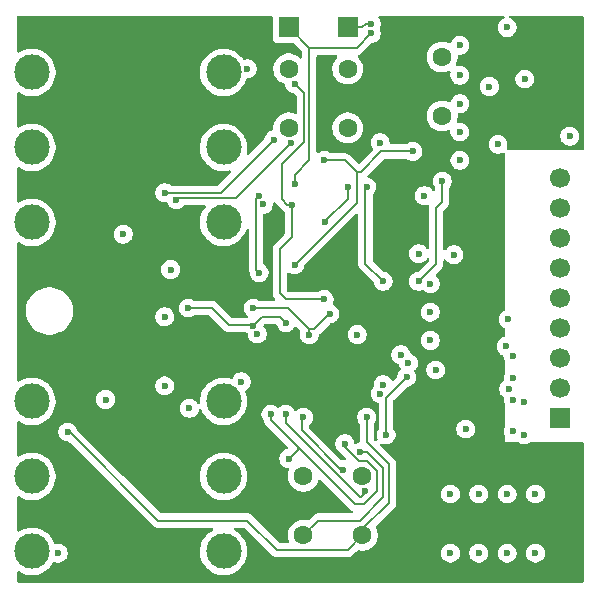
<source format=gbr>
%TF.GenerationSoftware,KiCad,Pcbnew,9.0.4*%
%TF.CreationDate,2025-09-24T19:41:08-07:00*%
%TF.ProjectId,LE_FRONTEND,4c455f46-524f-44e5-9445-4e442e6b6963,rev?*%
%TF.SameCoordinates,Original*%
%TF.FileFunction,Copper,L4,Inr*%
%TF.FilePolarity,Positive*%
%FSLAX46Y46*%
G04 Gerber Fmt 4.6, Leading zero omitted, Abs format (unit mm)*
G04 Created by KiCad (PCBNEW 9.0.4) date 2025-09-24 19:41:08*
%MOMM*%
%LPD*%
G01*
G04 APERTURE LIST*
%TA.AperFunction,ComponentPad*%
%ADD10R,1.700000X1.700000*%
%TD*%
%TA.AperFunction,ComponentPad*%
%ADD11C,1.700000*%
%TD*%
%TA.AperFunction,ComponentPad*%
%ADD12C,1.600000*%
%TD*%
%TA.AperFunction,ComponentPad*%
%ADD13C,3.000000*%
%TD*%
%TA.AperFunction,ViaPad*%
%ADD14C,0.600000*%
%TD*%
%TA.AperFunction,Conductor*%
%ADD15C,0.200000*%
%TD*%
G04 APERTURE END LIST*
D10*
%TO.N,/SCK*%
%TO.C,J3*%
X112500000Y-146580000D03*
D11*
%TO.N,/{slash}CS*%
X112500000Y-144040000D03*
%TO.N,/SDI*%
X112500000Y-141500000D03*
%TO.N,/SDO*%
X112500000Y-138960000D03*
%TO.N,/{slash}IRQ*%
X112500000Y-136420000D03*
%TO.N,/MCLK*%
X112500000Y-133880000D03*
%TO.N,+3V3_DIG*%
X112500000Y-131340000D03*
%TO.N,Vin*%
X112500000Y-128800000D03*
%TO.N,GND*%
X112500000Y-126260000D03*
%TD*%
D12*
%TO.N,GND*%
%TO.C,C2*%
X94500000Y-117000000D03*
%TO.N,/IN+*%
X94500000Y-122000000D03*
%TD*%
D13*
%TO.N,N/C*%
%TO.C,J5*%
X67770000Y-151500000D03*
X84000000Y-151500000D03*
%TO.N,GND*%
X67770000Y-157850000D03*
%TO.N,N/C*%
X84000000Y-157850000D03*
%TO.N,/OUTPUT_SIG*%
X67770000Y-145150000D03*
%TO.N,N/C*%
X84000000Y-145150000D03*
%TD*%
D12*
%TO.N,GND*%
%TO.C,C21*%
X90750000Y-156500000D03*
%TO.N,/U1_INPUT_SIG*%
X90750000Y-151500000D03*
%TD*%
%TO.N,/U1_OUTPUT_SIG*%
%TO.C,C24*%
X95750000Y-151500000D03*
%TO.N,/OUTPUT_SIG*%
X95750000Y-156500000D03*
%TD*%
D13*
%TO.N,N/C*%
%TO.C,J1*%
X84000000Y-123650000D03*
X67770000Y-123650000D03*
%TO.N,GND*%
X84000000Y-117300000D03*
%TO.N,N/C*%
X67770000Y-117300000D03*
%TO.N,/POS_INPUT_SIG*%
X84000000Y-130000000D03*
%TO.N,N/C*%
X67770000Y-130000000D03*
%TD*%
D12*
%TO.N,/POS_INPUT_SIG*%
%TO.C,C1*%
X89500000Y-122000000D03*
%TO.N,Net-(U9A-+)*%
X89500000Y-117000000D03*
%TD*%
D10*
%TO.N,/Neg_input_Header*%
%TO.C,J2*%
X89500000Y-113500000D03*
%TD*%
D12*
%TO.N,GND*%
%TO.C,C3*%
X102500000Y-116000000D03*
%TO.N,/IN-*%
X102500000Y-121000000D03*
%TD*%
D10*
%TO.N,GND*%
%TO.C,J6*%
X94500000Y-113500000D03*
%TD*%
D14*
%TO.N,+3V3_Analog*%
X75500000Y-120000000D03*
X75000000Y-158000000D03*
X113500000Y-117000000D03*
X82500000Y-136250000D03*
X104000000Y-148800000D03*
X105200000Y-116600000D03*
X105600000Y-121000000D03*
X86750000Y-158250000D03*
X98400000Y-126400000D03*
X103000000Y-134600000D03*
X105600000Y-126500000D03*
X91810000Y-144475000D03*
X98050000Y-139500000D03*
X79000000Y-130500000D03*
X98500000Y-122400000D03*
X91810000Y-134950000D03*
X105600000Y-123750000D03*
X100250000Y-148750000D03*
X93500000Y-132500000D03*
X86000000Y-119750000D03*
X106500000Y-120050000D03*
X86000000Y-122600000D03*
X110000000Y-150400000D03*
X82250000Y-149000000D03*
X97000000Y-137250000D03*
X76750000Y-141250000D03*
X93500000Y-134500000D03*
X109500000Y-121100000D03*
X82500000Y-138500000D03*
X103000000Y-139000000D03*
X99400000Y-117800000D03*
%TO.N,GND*%
X107225000Y-123400000D03*
X97250000Y-123250000D03*
X101500000Y-135200000D03*
X96004952Y-152774758D03*
X105600000Y-153000000D03*
X106500000Y-118500000D03*
X75500000Y-131000000D03*
X108134761Y-144122205D03*
X99000000Y-141200000D03*
X107900000Y-140500000D03*
X95300000Y-139500000D03*
X101000000Y-127750000D03*
X74000000Y-145000000D03*
X86000000Y-117000000D03*
X108000000Y-113500000D03*
X104000000Y-119950000D03*
X101950000Y-142500000D03*
X109400000Y-145200000D03*
X70000000Y-158000000D03*
X109500000Y-117862500D03*
X87357772Y-128465544D03*
X89699999Y-123284524D03*
X79000000Y-138000000D03*
X95573514Y-149474986D03*
X108000000Y-153000000D03*
X103200000Y-158000000D03*
X103200000Y-153000000D03*
X104000000Y-122350000D03*
X109463677Y-147984853D03*
X89250000Y-146250000D03*
X113300000Y-122700000D03*
X79000000Y-143850000D03*
X97250000Y-144500000D03*
X104000000Y-115000000D03*
X85500000Y-143500000D03*
X110400000Y-158000000D03*
X101500000Y-137600000D03*
X96500000Y-113199997D03*
X101500000Y-140000000D03*
X104000000Y-117550000D03*
X103500000Y-132750000D03*
X108000000Y-158000000D03*
X110400000Y-153000000D03*
X104000000Y-124750000D03*
X86853108Y-139457432D03*
X100500000Y-132650000D03*
X105600000Y-158000000D03*
X80000000Y-128100000D03*
X79500000Y-134000000D03*
%TO.N,/U1_REFERENCE_NON-INVERTING*%
X80999228Y-137251070D03*
X89270000Y-138500000D03*
X86497017Y-138741051D03*
%TO.N,/IN+*%
X97500000Y-135000000D03*
X96100000Y-127000000D03*
%TO.N,/IN-*%
X100500000Y-135000000D03*
X102500000Y-126500000D03*
%TO.N,/U9_input_neg*%
X87000000Y-127750000D03*
X87000000Y-134250000D03*
%TO.N,/POS_INPUT_SIG*%
X88250000Y-123000000D03*
X79000000Y-127500000D03*
%TO.N,/Neg_input_Header*%
X90000000Y-126750000D03*
X96500000Y-114000000D03*
%TO.N,/VOUT*%
X99500000Y-143100000D03*
X97750000Y-148000000D03*
%TO.N,/SDO*%
X108500000Y-145000000D03*
%TO.N,/SCK*%
X108100000Y-138200000D03*
X108496338Y-143185267D03*
%TO.N,/SDI*%
X108500000Y-141300003D03*
%TO.N,/{slash}CS*%
X108500000Y-147700000D03*
%TO.N,Net-(U9A-+)*%
X89772501Y-128522501D03*
X92500000Y-136500000D03*
X90000000Y-118250000D03*
%TO.N,/2V5*%
X97502983Y-143741051D03*
X81100000Y-145750000D03*
%TO.N,/1V2*%
X91250000Y-139525000D03*
X86500000Y-137250000D03*
X93000000Y-137750000D03*
%TO.N,Net-(U5-\u002ACS)*%
X104500000Y-147500000D03*
X99641987Y-141900000D03*
%TO.N,/U1_INPUT_SIG*%
X89500000Y-150000000D03*
X88000000Y-146250000D03*
X94250000Y-148750000D03*
%TO.N,/U1_OUTPUT_SIG*%
X90750000Y-146500000D03*
X94066040Y-150933960D03*
%TO.N,/U9_output_neg*%
X92500000Y-124750000D03*
X90000000Y-133600000D03*
X100000000Y-124000000D03*
%TO.N,/OUTPUT_SIG*%
X96100000Y-146493675D03*
X70800000Y-147750000D03*
%TO.N,/U9_output_pos*%
X92575000Y-130000000D03*
X94500000Y-127000000D03*
%TD*%
D15*
%TO.N,/Neg_input_Header*%
X90000000Y-126750000D02*
X90000000Y-126000000D01*
X90000000Y-126000000D02*
X91250000Y-124750000D01*
X91250000Y-124750000D02*
X91250000Y-115250000D01*
%TO.N,/U9_output_neg*%
X95250000Y-125750000D02*
X95250000Y-128350000D01*
X95250000Y-128350000D02*
X90000000Y-133600000D01*
X95606253Y-125750000D02*
X95250000Y-125750000D01*
X97356253Y-124000000D02*
X95606253Y-125750000D01*
X100000000Y-124000000D02*
X97356253Y-124000000D01*
%TO.N,/1V2*%
X92954347Y-137750000D02*
X93000000Y-137750000D01*
X91637247Y-139067100D02*
X92954347Y-137750000D01*
X91250000Y-139067100D02*
X91637247Y-139067100D01*
%TO.N,GND*%
X97500000Y-150811376D02*
X97500000Y-153250000D01*
X96549940Y-113199997D02*
X96500000Y-113199997D01*
X89250000Y-146966450D02*
X89250000Y-146250000D01*
X69850000Y-157850000D02*
X70000000Y-158000000D01*
X95500000Y-155250000D02*
X92000000Y-155250000D01*
X96500000Y-113199997D02*
X96050003Y-113199997D01*
X96004952Y-152774758D02*
X96004952Y-152896518D01*
X80000000Y-128100000D02*
X80199000Y-127901000D01*
X95533550Y-153250000D02*
X89250000Y-146966450D01*
X95750000Y-113500000D02*
X94500000Y-113500000D01*
X80199000Y-127901000D02*
X85083523Y-127901000D01*
X96050003Y-113199997D02*
X95750000Y-113500000D01*
X96163610Y-149474986D02*
X97500000Y-150811376D01*
X92000000Y-155250000D02*
X90750000Y-156500000D01*
X85083523Y-127901000D02*
X89699999Y-123284524D01*
X97500000Y-153250000D02*
X95500000Y-155250000D01*
X95651470Y-153250000D02*
X95533550Y-153250000D01*
X96004952Y-152896518D02*
X95651470Y-153250000D01*
X95573514Y-149474986D02*
X96163610Y-149474986D01*
%TO.N,/U1_REFERENCE_NON-INVERTING*%
X83001070Y-137251070D02*
X80999228Y-137251070D01*
X84475000Y-138725000D02*
X83001070Y-137251070D01*
X89270000Y-138500000D02*
X88770000Y-138000000D01*
X86480966Y-138725000D02*
X84475000Y-138725000D01*
X88770000Y-138000000D02*
X87238068Y-138000000D01*
X87238068Y-138000000D02*
X86497017Y-138741051D01*
X86497017Y-138741051D02*
X86480966Y-138725000D01*
%TO.N,/IN+*%
X96000000Y-133500000D02*
X97500000Y-135000000D01*
X96100000Y-127000000D02*
X96000000Y-127100000D01*
X96000000Y-127100000D02*
X96000000Y-133500000D01*
%TO.N,/IN-*%
X102500000Y-126500000D02*
X102500000Y-128246612D01*
X102500000Y-128246612D02*
X102000000Y-128746612D01*
X102000000Y-133500000D02*
X100500000Y-135000000D01*
X102000000Y-128746612D02*
X102000000Y-133500000D01*
%TO.N,/U9_input_neg*%
X86750000Y-128000000D02*
X86750000Y-134000000D01*
X87000000Y-127750000D02*
X86750000Y-128000000D01*
X86750000Y-134000000D02*
X87000000Y-134250000D01*
%TO.N,/POS_INPUT_SIG*%
X88250000Y-123000000D02*
X83750000Y-127500000D01*
X83750000Y-127500000D02*
X79000000Y-127500000D01*
%TO.N,/Neg_input_Header*%
X95250000Y-115250000D02*
X96500000Y-114000000D01*
X91250000Y-115250000D02*
X89500000Y-113500000D01*
X91250000Y-115250000D02*
X95250000Y-115250000D01*
%TO.N,/VOUT*%
X97750000Y-144850000D02*
X97750000Y-148000000D01*
X99500000Y-143100000D02*
X97750000Y-144850000D01*
%TO.N,/SDO*%
X108500000Y-145000000D02*
X108549940Y-145000000D01*
X112860000Y-138960000D02*
X112500000Y-138960000D01*
%TO.N,/SDI*%
X108500000Y-141300003D02*
X108699997Y-141500000D01*
%TO.N,/{slash}CS*%
X112500000Y-144750000D02*
X112500000Y-144000000D01*
%TO.N,Net-(U9A-+)*%
X88899000Y-125101000D02*
X90788775Y-123211225D01*
X92500000Y-136500000D02*
X89250000Y-136500000D01*
X90788775Y-123211225D02*
X90788775Y-119038775D01*
X89250000Y-136500000D02*
X88750000Y-136000000D01*
X89750000Y-128545002D02*
X89772501Y-128522501D01*
X88750000Y-132250000D02*
X89750000Y-131250000D01*
X89772501Y-128522501D02*
X89397501Y-128522501D01*
X89397501Y-128522501D02*
X88899000Y-128024000D01*
X88899000Y-128024000D02*
X88899000Y-125101000D01*
X88750000Y-136000000D02*
X88750000Y-132250000D01*
X89750000Y-131250000D02*
X89750000Y-128545002D01*
X90788775Y-119038775D02*
X90000000Y-118250000D01*
%TO.N,/1V2*%
X91250000Y-139525000D02*
X91250000Y-139067100D01*
%TO.N,/U1_INPUT_SIG*%
X96998659Y-151093642D02*
X96151729Y-150246712D01*
X94972514Y-149723929D02*
X94972514Y-149722514D01*
X88000000Y-146750000D02*
X90250000Y-149000000D01*
X96998659Y-152751341D02*
X96998659Y-151093642D01*
X95125000Y-153875000D02*
X95875000Y-153875000D01*
X88000000Y-146250000D02*
X88000000Y-146750000D01*
X95496712Y-150246712D02*
X95325986Y-150075986D01*
X94972514Y-149722514D02*
X94250000Y-149000000D01*
X95325986Y-150075986D02*
X95324571Y-150075986D01*
X95324571Y-150075986D02*
X94972514Y-149723929D01*
X96151729Y-150246712D02*
X95496712Y-150246712D01*
X95875000Y-153875000D02*
X96998659Y-152751341D01*
X94250000Y-149000000D02*
X94250000Y-148750000D01*
X90250000Y-149000000D02*
X95125000Y-153875000D01*
%TO.N,/U1_OUTPUT_SIG*%
X90600000Y-147600000D02*
X90600000Y-146650000D01*
X90600000Y-146650000D02*
X90750000Y-146500000D01*
X93933960Y-150933960D02*
X90600000Y-147600000D01*
X94066040Y-150933960D02*
X93933960Y-150933960D01*
%TO.N,/U9_output_neg*%
X95250000Y-125750000D02*
X94250000Y-124750000D01*
X94250000Y-124750000D02*
X92500000Y-124750000D01*
%TO.N,/OUTPUT_SIG*%
X98000000Y-153750000D02*
X95750000Y-156000000D01*
X95750000Y-156000000D02*
X95750000Y-156500000D01*
X94500000Y-157750000D02*
X95750000Y-156500000D01*
X96100000Y-146493675D02*
X96100000Y-148600000D01*
X86000000Y-155250000D02*
X88500000Y-157750000D01*
X70800000Y-147750000D02*
X70950000Y-147750000D01*
X98000000Y-150500000D02*
X98000000Y-153750000D01*
X78450000Y-155250000D02*
X86000000Y-155250000D01*
X96100000Y-148600000D02*
X98000000Y-150500000D01*
X88500000Y-157750000D02*
X94500000Y-157750000D01*
X70950000Y-147750000D02*
X78450000Y-155250000D01*
%TO.N,/U9_output_pos*%
X94500000Y-128000000D02*
X94500000Y-127000000D01*
X92575000Y-129925000D02*
X94500000Y-128000000D01*
X92575000Y-130000000D02*
X92575000Y-129925000D01*
%TO.N,/U1_INPUT_SIG*%
X89500000Y-150000000D02*
X90250000Y-149250000D01*
X90250000Y-149250000D02*
X90250000Y-149000000D01*
%TO.N,/1V2*%
X89432900Y-137250000D02*
X86500000Y-137250000D01*
X91250000Y-139067100D02*
X89432900Y-137250000D01*
%TD*%
%TA.AperFunction,Conductor*%
%TO.N,+3V3_Analog*%
G36*
X88092539Y-112519685D02*
G01*
X88138294Y-112572489D01*
X88149500Y-112624000D01*
X88149500Y-114397870D01*
X88149501Y-114397876D01*
X88155908Y-114457483D01*
X88206202Y-114592328D01*
X88206206Y-114592335D01*
X88292452Y-114707544D01*
X88292455Y-114707547D01*
X88407664Y-114793793D01*
X88407671Y-114793797D01*
X88542517Y-114844091D01*
X88542516Y-114844091D01*
X88549444Y-114844835D01*
X88602127Y-114850500D01*
X89949901Y-114850499D01*
X90016940Y-114870184D01*
X90037582Y-114886818D01*
X90613181Y-115462416D01*
X90646666Y-115523739D01*
X90649500Y-115550097D01*
X90649500Y-116010953D01*
X90629815Y-116077992D01*
X90577011Y-116123747D01*
X90507853Y-116133691D01*
X90444297Y-116104666D01*
X90437819Y-116098634D01*
X90347213Y-116008028D01*
X90181613Y-115887715D01*
X90181612Y-115887714D01*
X90181610Y-115887713D01*
X90122237Y-115857461D01*
X89999223Y-115794781D01*
X89804534Y-115731522D01*
X89629995Y-115703878D01*
X89602352Y-115699500D01*
X89397648Y-115699500D01*
X89373329Y-115703351D01*
X89195465Y-115731522D01*
X89000776Y-115794781D01*
X88818386Y-115887715D01*
X88652786Y-116008028D01*
X88508028Y-116152786D01*
X88387715Y-116318386D01*
X88294781Y-116500776D01*
X88231522Y-116695465D01*
X88199500Y-116897648D01*
X88199500Y-117102351D01*
X88231522Y-117304534D01*
X88294781Y-117499223D01*
X88387715Y-117681613D01*
X88508028Y-117847213D01*
X88652786Y-117991971D01*
X88795974Y-118096001D01*
X88818390Y-118112287D01*
X89000781Y-118205220D01*
X89117820Y-118243248D01*
X89175496Y-118282685D01*
X89201119Y-118336987D01*
X89230261Y-118483491D01*
X89230264Y-118483501D01*
X89290602Y-118629172D01*
X89290609Y-118629185D01*
X89378210Y-118760288D01*
X89378213Y-118760292D01*
X89489707Y-118871786D01*
X89489711Y-118871789D01*
X89620814Y-118959390D01*
X89620827Y-118959397D01*
X89766498Y-119019735D01*
X89766503Y-119019737D01*
X89831147Y-119032595D01*
X89921849Y-119050638D01*
X89938605Y-119059402D01*
X89957085Y-119063423D01*
X89982123Y-119082167D01*
X89983760Y-119083023D01*
X89985339Y-119084574D01*
X90151956Y-119251191D01*
X90185441Y-119312514D01*
X90188275Y-119338872D01*
X90188275Y-120688758D01*
X90168590Y-120755797D01*
X90115786Y-120801552D01*
X90046628Y-120811496D01*
X90007986Y-120799246D01*
X89999224Y-120794782D01*
X89999221Y-120794781D01*
X89999219Y-120794780D01*
X89926500Y-120771152D01*
X89804534Y-120731522D01*
X89629995Y-120703878D01*
X89602352Y-120699500D01*
X89397648Y-120699500D01*
X89373329Y-120703351D01*
X89195465Y-120731522D01*
X89000776Y-120794781D01*
X88818386Y-120887715D01*
X88652786Y-121008028D01*
X88508028Y-121152786D01*
X88387715Y-121318386D01*
X88294781Y-121500776D01*
X88231522Y-121695465D01*
X88199500Y-121897648D01*
X88199500Y-122092098D01*
X88179815Y-122159137D01*
X88127011Y-122204892D01*
X88099692Y-122213715D01*
X88016508Y-122230261D01*
X88016498Y-122230264D01*
X87870827Y-122290602D01*
X87870814Y-122290609D01*
X87739711Y-122378210D01*
X87739707Y-122378213D01*
X87628213Y-122489707D01*
X87628210Y-122489711D01*
X87540609Y-122620814D01*
X87540602Y-122620827D01*
X87480264Y-122766498D01*
X87480261Y-122766508D01*
X87449361Y-122921850D01*
X87416976Y-122983761D01*
X87415425Y-122985339D01*
X86149513Y-124251250D01*
X86088190Y-124284735D01*
X86018498Y-124279751D01*
X85962565Y-124237879D01*
X85938148Y-124172415D01*
X85942056Y-124131483D01*
X85966270Y-124041116D01*
X86000500Y-123781120D01*
X86000500Y-123518880D01*
X85966270Y-123258884D01*
X85898398Y-123005581D01*
X85892761Y-122991971D01*
X85798046Y-122763309D01*
X85798041Y-122763299D01*
X85666924Y-122536196D01*
X85507281Y-122328148D01*
X85507274Y-122328140D01*
X85321860Y-122142726D01*
X85321851Y-122142718D01*
X85113803Y-121983075D01*
X84886700Y-121851958D01*
X84886690Y-121851953D01*
X84644428Y-121751605D01*
X84644421Y-121751603D01*
X84644419Y-121751602D01*
X84391116Y-121683730D01*
X84333339Y-121676123D01*
X84131127Y-121649500D01*
X84131120Y-121649500D01*
X83868880Y-121649500D01*
X83868872Y-121649500D01*
X83637772Y-121679926D01*
X83608884Y-121683730D01*
X83355581Y-121751602D01*
X83355571Y-121751605D01*
X83113309Y-121851953D01*
X83113299Y-121851958D01*
X82886196Y-121983075D01*
X82678148Y-122142718D01*
X82492718Y-122328148D01*
X82333075Y-122536196D01*
X82201958Y-122763299D01*
X82201953Y-122763309D01*
X82101605Y-123005571D01*
X82101602Y-123005581D01*
X82041400Y-123230261D01*
X82033730Y-123258885D01*
X81999500Y-123518872D01*
X81999500Y-123781127D01*
X82016506Y-123910289D01*
X82033730Y-124041116D01*
X82099007Y-124284735D01*
X82101602Y-124294418D01*
X82101605Y-124294428D01*
X82201953Y-124536690D01*
X82201958Y-124536700D01*
X82333075Y-124763803D01*
X82492718Y-124971851D01*
X82492726Y-124971860D01*
X82678140Y-125157274D01*
X82678148Y-125157281D01*
X82678149Y-125157282D01*
X82715914Y-125186260D01*
X82886196Y-125316924D01*
X83113299Y-125448041D01*
X83113309Y-125448046D01*
X83323858Y-125535258D01*
X83355581Y-125548398D01*
X83608884Y-125616270D01*
X83868880Y-125650500D01*
X83868887Y-125650500D01*
X84131113Y-125650500D01*
X84131120Y-125650500D01*
X84391116Y-125616270D01*
X84481480Y-125592057D01*
X84551324Y-125593720D01*
X84609187Y-125632882D01*
X84636692Y-125697110D01*
X84625106Y-125766012D01*
X84601250Y-125799513D01*
X83537584Y-126863181D01*
X83476261Y-126896666D01*
X83449903Y-126899500D01*
X79579766Y-126899500D01*
X79512727Y-126879815D01*
X79510875Y-126878602D01*
X79379185Y-126790609D01*
X79379172Y-126790602D01*
X79233501Y-126730264D01*
X79233489Y-126730261D01*
X79078845Y-126699500D01*
X79078842Y-126699500D01*
X78921158Y-126699500D01*
X78921155Y-126699500D01*
X78766510Y-126730261D01*
X78766498Y-126730264D01*
X78620827Y-126790602D01*
X78620814Y-126790609D01*
X78489711Y-126878210D01*
X78489707Y-126878213D01*
X78378213Y-126989707D01*
X78378210Y-126989711D01*
X78290609Y-127120814D01*
X78290602Y-127120827D01*
X78230264Y-127266498D01*
X78230261Y-127266510D01*
X78199500Y-127421153D01*
X78199500Y-127578846D01*
X78230261Y-127733489D01*
X78230264Y-127733501D01*
X78290602Y-127879172D01*
X78290609Y-127879185D01*
X78378210Y-128010288D01*
X78378213Y-128010292D01*
X78489707Y-128121786D01*
X78489711Y-128121789D01*
X78620814Y-128209390D01*
X78620827Y-128209397D01*
X78757698Y-128266090D01*
X78766503Y-128269737D01*
X78893699Y-128295038D01*
X78921153Y-128300499D01*
X78921156Y-128300500D01*
X78921158Y-128300500D01*
X79078841Y-128300500D01*
X79078842Y-128300500D01*
X79106299Y-128295038D01*
X79175888Y-128301264D01*
X79231067Y-128344125D01*
X79245052Y-128369202D01*
X79290604Y-128479176D01*
X79290609Y-128479185D01*
X79378210Y-128610288D01*
X79378213Y-128610292D01*
X79489707Y-128721786D01*
X79489711Y-128721789D01*
X79620814Y-128809390D01*
X79620827Y-128809397D01*
X79766498Y-128869735D01*
X79766503Y-128869737D01*
X79874490Y-128891217D01*
X79921153Y-128900499D01*
X79921156Y-128900500D01*
X79921158Y-128900500D01*
X80078844Y-128900500D01*
X80078845Y-128900499D01*
X80233497Y-128869737D01*
X80379179Y-128809394D01*
X80510289Y-128721789D01*
X80621789Y-128610289D01*
X80657657Y-128556608D01*
X80711269Y-128511804D01*
X80760759Y-128501500D01*
X82376819Y-128501500D01*
X82443858Y-128521185D01*
X82489613Y-128573989D01*
X82499557Y-128643147D01*
X82475194Y-128700987D01*
X82333075Y-128886196D01*
X82201958Y-129113299D01*
X82201953Y-129113309D01*
X82101605Y-129355571D01*
X82101603Y-129355578D01*
X82101602Y-129355581D01*
X82033730Y-129608884D01*
X82032158Y-129620827D01*
X81999500Y-129868872D01*
X81999500Y-130131127D01*
X82026123Y-130333339D01*
X82033730Y-130391116D01*
X82101602Y-130644418D01*
X82101605Y-130644428D01*
X82201953Y-130886690D01*
X82201958Y-130886700D01*
X82333075Y-131113803D01*
X82492718Y-131321851D01*
X82492726Y-131321860D01*
X82678140Y-131507274D01*
X82678148Y-131507281D01*
X82678149Y-131507282D01*
X82682068Y-131510289D01*
X82886196Y-131666924D01*
X83113299Y-131798041D01*
X83113309Y-131798046D01*
X83314259Y-131881282D01*
X83355581Y-131898398D01*
X83608884Y-131966270D01*
X83868880Y-132000500D01*
X83868887Y-132000500D01*
X84131113Y-132000500D01*
X84131120Y-132000500D01*
X84391116Y-131966270D01*
X84644419Y-131898398D01*
X84821340Y-131825114D01*
X84886690Y-131798046D01*
X84886691Y-131798045D01*
X84886697Y-131798043D01*
X85113803Y-131666924D01*
X85321851Y-131507282D01*
X85321855Y-131507277D01*
X85321860Y-131507274D01*
X85507274Y-131321860D01*
X85507277Y-131321855D01*
X85507282Y-131321851D01*
X85666924Y-131113803D01*
X85798043Y-130886697D01*
X85805948Y-130867614D01*
X85858143Y-130741602D01*
X85898398Y-130644419D01*
X85905726Y-130617070D01*
X85942089Y-130557412D01*
X86004936Y-130526882D01*
X86074312Y-130535176D01*
X86128190Y-130579661D01*
X86149465Y-130646213D01*
X86149500Y-130649165D01*
X86149500Y-133913330D01*
X86149499Y-133913348D01*
X86149499Y-134079054D01*
X86149498Y-134079054D01*
X86166605Y-134142899D01*
X86190015Y-134230264D01*
X86192527Y-134239636D01*
X86191832Y-134239821D01*
X86199500Y-134278364D01*
X86199500Y-134328846D01*
X86230261Y-134483489D01*
X86230264Y-134483501D01*
X86290602Y-134629172D01*
X86290609Y-134629185D01*
X86378210Y-134760288D01*
X86378213Y-134760292D01*
X86489707Y-134871786D01*
X86489711Y-134871789D01*
X86620814Y-134959390D01*
X86620827Y-134959397D01*
X86754246Y-135014660D01*
X86766503Y-135019737D01*
X86912285Y-135048735D01*
X86921153Y-135050499D01*
X86921156Y-135050500D01*
X86921158Y-135050500D01*
X87078844Y-135050500D01*
X87078845Y-135050499D01*
X87233497Y-135019737D01*
X87379179Y-134959394D01*
X87510289Y-134871789D01*
X87621789Y-134760289D01*
X87709394Y-134629179D01*
X87712854Y-134620827D01*
X87735432Y-134566317D01*
X87769737Y-134483497D01*
X87800500Y-134328842D01*
X87800500Y-134171158D01*
X87800500Y-134171155D01*
X87800499Y-134171153D01*
X87769738Y-134016510D01*
X87769737Y-134016503D01*
X87769735Y-134016498D01*
X87709397Y-133870827D01*
X87709390Y-133870814D01*
X87621789Y-133739711D01*
X87621786Y-133739707D01*
X87510289Y-133628210D01*
X87405609Y-133558266D01*
X87360804Y-133504654D01*
X87350500Y-133455164D01*
X87350500Y-129384937D01*
X87370185Y-129317898D01*
X87422989Y-129272143D01*
X87450309Y-129263320D01*
X87474624Y-129258483D01*
X87591269Y-129235281D01*
X87736951Y-129174938D01*
X87868061Y-129087333D01*
X87979561Y-128975833D01*
X88067166Y-128844723D01*
X88070351Y-128837035D01*
X88103920Y-128755990D01*
X88127509Y-128699041D01*
X88158272Y-128544386D01*
X88158272Y-128404796D01*
X88177957Y-128337757D01*
X88230761Y-128292002D01*
X88299919Y-128282058D01*
X88363475Y-128311083D01*
X88389659Y-128342796D01*
X88399299Y-128359493D01*
X88418479Y-128392715D01*
X88537349Y-128511585D01*
X88537355Y-128511590D01*
X88912640Y-128886875D01*
X88912650Y-128886886D01*
X88916980Y-128891216D01*
X88916981Y-128891217D01*
X89028785Y-129003021D01*
X89087499Y-129036919D01*
X89135715Y-129087484D01*
X89149500Y-129144306D01*
X89149500Y-130949902D01*
X89129815Y-131016941D01*
X89113181Y-131037583D01*
X88269481Y-131881282D01*
X88269479Y-131881284D01*
X88259599Y-131898398D01*
X88235231Y-131940606D01*
X88190423Y-132018215D01*
X88149499Y-132170943D01*
X88149499Y-132170945D01*
X88149499Y-132339046D01*
X88149500Y-132339059D01*
X88149500Y-135913330D01*
X88149499Y-135913348D01*
X88149499Y-136079054D01*
X88149498Y-136079054D01*
X88149499Y-136079057D01*
X88190423Y-136231785D01*
X88210468Y-136266503D01*
X88269480Y-136368716D01*
X88344805Y-136444041D01*
X88350084Y-136451076D01*
X88359371Y-136475890D01*
X88372068Y-136499142D01*
X88371427Y-136508100D01*
X88374576Y-136516513D01*
X88368973Y-136542407D01*
X88367084Y-136568834D01*
X88361701Y-136576024D01*
X88359802Y-136584803D01*
X88341088Y-136603558D01*
X88325212Y-136624767D01*
X88316796Y-136627905D01*
X88310453Y-136634264D01*
X88284571Y-136639925D01*
X88259748Y-136649184D01*
X88250902Y-136649500D01*
X87079766Y-136649500D01*
X87012727Y-136629815D01*
X87010875Y-136628602D01*
X86879185Y-136540609D01*
X86879172Y-136540602D01*
X86733501Y-136480264D01*
X86733489Y-136480261D01*
X86578845Y-136449500D01*
X86578842Y-136449500D01*
X86421158Y-136449500D01*
X86421155Y-136449500D01*
X86266510Y-136480261D01*
X86266498Y-136480264D01*
X86120827Y-136540602D01*
X86120814Y-136540609D01*
X85989711Y-136628210D01*
X85989707Y-136628213D01*
X85878213Y-136739707D01*
X85878210Y-136739711D01*
X85790609Y-136870814D01*
X85790602Y-136870827D01*
X85730264Y-137016498D01*
X85730261Y-137016510D01*
X85699500Y-137171153D01*
X85699500Y-137328846D01*
X85730261Y-137483489D01*
X85730264Y-137483501D01*
X85790602Y-137629172D01*
X85790609Y-137629185D01*
X85878210Y-137760288D01*
X85878213Y-137760292D01*
X85989708Y-137871787D01*
X85989711Y-137871789D01*
X86019099Y-137891426D01*
X86040136Y-137916598D01*
X86062058Y-137940996D01*
X86062426Y-137943269D01*
X86063904Y-137945037D01*
X86067992Y-137977584D01*
X86073244Y-138009964D01*
X86072324Y-138012076D01*
X86072612Y-138014362D01*
X86058459Y-138043944D01*
X86045368Y-138074032D01*
X86043081Y-138076086D01*
X86042458Y-138077390D01*
X86019114Y-138097621D01*
X86012514Y-138102032D01*
X86010177Y-138103593D01*
X85943505Y-138124480D01*
X85941274Y-138124500D01*
X84775098Y-138124500D01*
X84708059Y-138104815D01*
X84687417Y-138088181D01*
X83488660Y-136889425D01*
X83488658Y-136889422D01*
X83369787Y-136770551D01*
X83369779Y-136770545D01*
X83268089Y-136711835D01*
X83268086Y-136711834D01*
X83232856Y-136691493D01*
X83232857Y-136691493D01*
X83171763Y-136675123D01*
X83080127Y-136650569D01*
X82922013Y-136650569D01*
X82914417Y-136650569D01*
X82914401Y-136650570D01*
X81578994Y-136650570D01*
X81511955Y-136630885D01*
X81510103Y-136629672D01*
X81378413Y-136541679D01*
X81378400Y-136541672D01*
X81232729Y-136481334D01*
X81232717Y-136481331D01*
X81078073Y-136450570D01*
X81078070Y-136450570D01*
X80920386Y-136450570D01*
X80920383Y-136450570D01*
X80765738Y-136481331D01*
X80765726Y-136481334D01*
X80620055Y-136541672D01*
X80620042Y-136541679D01*
X80488939Y-136629280D01*
X80488935Y-136629283D01*
X80377441Y-136740777D01*
X80377438Y-136740781D01*
X80289837Y-136871884D01*
X80289830Y-136871897D01*
X80229492Y-137017568D01*
X80229489Y-137017580D01*
X80198728Y-137172223D01*
X80198728Y-137329916D01*
X80229489Y-137484559D01*
X80229492Y-137484571D01*
X80289830Y-137630242D01*
X80289837Y-137630255D01*
X80377438Y-137761358D01*
X80377441Y-137761362D01*
X80488935Y-137872856D01*
X80488939Y-137872859D01*
X80620042Y-137960460D01*
X80620055Y-137960467D01*
X80703202Y-137994907D01*
X80765731Y-138020807D01*
X80882048Y-138043944D01*
X80920381Y-138051569D01*
X80920384Y-138051570D01*
X80920386Y-138051570D01*
X81078072Y-138051570D01*
X81078073Y-138051569D01*
X81232725Y-138020807D01*
X81363811Y-137966510D01*
X81378400Y-137960467D01*
X81378400Y-137960466D01*
X81378407Y-137960464D01*
X81444057Y-137916598D01*
X81510103Y-137872468D01*
X81576781Y-137851590D01*
X81578994Y-137851570D01*
X82700973Y-137851570D01*
X82768012Y-137871255D01*
X82788653Y-137887888D01*
X84106284Y-139205520D01*
X84243215Y-139284577D01*
X84395943Y-139325501D01*
X84395946Y-139325501D01*
X84561654Y-139325501D01*
X84561670Y-139325500D01*
X85898025Y-139325500D01*
X85920160Y-139331999D01*
X85943143Y-139334000D01*
X85956333Y-139342621D01*
X85965064Y-139345185D01*
X85973856Y-139351389D01*
X85980113Y-139356225D01*
X85986728Y-139362840D01*
X86001068Y-139372421D01*
X86004439Y-139375027D01*
X86022534Y-139399992D01*
X86042303Y-139423645D01*
X86043360Y-139428724D01*
X86045444Y-139431599D01*
X86045990Y-139441357D01*
X86052608Y-139473138D01*
X86052608Y-139536278D01*
X86083369Y-139690921D01*
X86083372Y-139690933D01*
X86143710Y-139836604D01*
X86143717Y-139836617D01*
X86231318Y-139967720D01*
X86231321Y-139967724D01*
X86342815Y-140079218D01*
X86342819Y-140079221D01*
X86473922Y-140166822D01*
X86473935Y-140166829D01*
X86576688Y-140209390D01*
X86619611Y-140227169D01*
X86774261Y-140257931D01*
X86774264Y-140257932D01*
X86774266Y-140257932D01*
X86931952Y-140257932D01*
X86931953Y-140257931D01*
X87086605Y-140227169D01*
X87232287Y-140166826D01*
X87363397Y-140079221D01*
X87474897Y-139967721D01*
X87562502Y-139836611D01*
X87622845Y-139690929D01*
X87653608Y-139536274D01*
X87653608Y-139378590D01*
X87653608Y-139378587D01*
X87653607Y-139378585D01*
X87644340Y-139331999D01*
X87622845Y-139223935D01*
X87612724Y-139199500D01*
X87562505Y-139078259D01*
X87562498Y-139078246D01*
X87474897Y-138947143D01*
X87474894Y-138947139D01*
X87395210Y-138867455D01*
X87390871Y-138859509D01*
X87383624Y-138854084D01*
X87374389Y-138829324D01*
X87361725Y-138806132D01*
X87362370Y-138797102D01*
X87359207Y-138788620D01*
X87364823Y-138762799D01*
X87366709Y-138736440D01*
X87372527Y-138727386D01*
X87374059Y-138720347D01*
X87395210Y-138692093D01*
X87450484Y-138636819D01*
X87511807Y-138603334D01*
X87538165Y-138600500D01*
X88372044Y-138600500D01*
X88439083Y-138620185D01*
X88484838Y-138672989D01*
X88493661Y-138700309D01*
X88500261Y-138733489D01*
X88500264Y-138733501D01*
X88560602Y-138879172D01*
X88560609Y-138879185D01*
X88648210Y-139010288D01*
X88648213Y-139010292D01*
X88759707Y-139121786D01*
X88759711Y-139121789D01*
X88890814Y-139209390D01*
X88890827Y-139209397D01*
X89028683Y-139266498D01*
X89036503Y-139269737D01*
X89145963Y-139291510D01*
X89191153Y-139300499D01*
X89191156Y-139300500D01*
X89191158Y-139300500D01*
X89348844Y-139300500D01*
X89348845Y-139300499D01*
X89503497Y-139269737D01*
X89649179Y-139209394D01*
X89780289Y-139121789D01*
X89891789Y-139010289D01*
X89979394Y-138879179D01*
X89979398Y-138879168D01*
X89981891Y-138874506D01*
X90030850Y-138824658D01*
X90098987Y-138809192D01*
X90164668Y-138833019D01*
X90178935Y-138845270D01*
X90464118Y-139130453D01*
X90497603Y-139191776D01*
X90492619Y-139261468D01*
X90491019Y-139265534D01*
X90480263Y-139291503D01*
X90480262Y-139291507D01*
X90480261Y-139291510D01*
X90480260Y-139291511D01*
X90449500Y-139446153D01*
X90449500Y-139603846D01*
X90480261Y-139758489D01*
X90480264Y-139758501D01*
X90540602Y-139904172D01*
X90540609Y-139904185D01*
X90628210Y-140035288D01*
X90628213Y-140035292D01*
X90739707Y-140146786D01*
X90739711Y-140146789D01*
X90870814Y-140234390D01*
X90870827Y-140234397D01*
X91016498Y-140294735D01*
X91016503Y-140294737D01*
X91171153Y-140325499D01*
X91171156Y-140325500D01*
X91171158Y-140325500D01*
X91328844Y-140325500D01*
X91328845Y-140325499D01*
X91483497Y-140294737D01*
X91629179Y-140234394D01*
X91760289Y-140146789D01*
X91871789Y-140035289D01*
X91959394Y-139904179D01*
X92019737Y-139758497D01*
X92050500Y-139603842D01*
X92050500Y-139554445D01*
X92059144Y-139525006D01*
X92065666Y-139495022D01*
X92069422Y-139490004D01*
X92070185Y-139487406D01*
X92086816Y-139466767D01*
X92087314Y-139466269D01*
X92117767Y-139435816D01*
X92117768Y-139435813D01*
X92132428Y-139421153D01*
X94499500Y-139421153D01*
X94499500Y-139578846D01*
X94530261Y-139733489D01*
X94530264Y-139733501D01*
X94590602Y-139879172D01*
X94590609Y-139879185D01*
X94678210Y-140010288D01*
X94678213Y-140010292D01*
X94789707Y-140121786D01*
X94789711Y-140121789D01*
X94920814Y-140209390D01*
X94920827Y-140209397D01*
X95038003Y-140257932D01*
X95066503Y-140269737D01*
X95192176Y-140294735D01*
X95221153Y-140300499D01*
X95221156Y-140300500D01*
X95221158Y-140300500D01*
X95378844Y-140300500D01*
X95378845Y-140300499D01*
X95533497Y-140269737D01*
X95679179Y-140209394D01*
X95810289Y-140121789D01*
X95921789Y-140010289D01*
X95981348Y-139921153D01*
X100699500Y-139921153D01*
X100699500Y-140078846D01*
X100730261Y-140233489D01*
X100730264Y-140233501D01*
X100790602Y-140379172D01*
X100790609Y-140379185D01*
X100878210Y-140510288D01*
X100878213Y-140510292D01*
X100989707Y-140621786D01*
X100989711Y-140621789D01*
X101120814Y-140709390D01*
X101120827Y-140709397D01*
X101266498Y-140769735D01*
X101266503Y-140769737D01*
X101421153Y-140800499D01*
X101421156Y-140800500D01*
X101421158Y-140800500D01*
X101578844Y-140800500D01*
X101578845Y-140800499D01*
X101733497Y-140769737D01*
X101879179Y-140709394D01*
X102010289Y-140621789D01*
X102121789Y-140510289D01*
X102209394Y-140379179D01*
X102269737Y-140233497D01*
X102300500Y-140078842D01*
X102300500Y-139921158D01*
X102300500Y-139921155D01*
X102300499Y-139921153D01*
X102289849Y-139867611D01*
X102269737Y-139766503D01*
X102269735Y-139766498D01*
X102209397Y-139620827D01*
X102209390Y-139620814D01*
X102121789Y-139489711D01*
X102121786Y-139489707D01*
X102010292Y-139378213D01*
X102010288Y-139378210D01*
X101879185Y-139290609D01*
X101879172Y-139290602D01*
X101733501Y-139230264D01*
X101733489Y-139230261D01*
X101578845Y-139199500D01*
X101578842Y-139199500D01*
X101421158Y-139199500D01*
X101421155Y-139199500D01*
X101266510Y-139230261D01*
X101266498Y-139230264D01*
X101120827Y-139290602D01*
X101120814Y-139290609D01*
X100989711Y-139378210D01*
X100989707Y-139378213D01*
X100878213Y-139489707D01*
X100878210Y-139489711D01*
X100790609Y-139620814D01*
X100790602Y-139620827D01*
X100730264Y-139766498D01*
X100730261Y-139766510D01*
X100699500Y-139921153D01*
X95981348Y-139921153D01*
X96009394Y-139879179D01*
X96069737Y-139733497D01*
X96100500Y-139578842D01*
X96100500Y-139421158D01*
X96100500Y-139421155D01*
X96100499Y-139421153D01*
X96095973Y-139398398D01*
X96069737Y-139266503D01*
X96069357Y-139265586D01*
X96009397Y-139120827D01*
X96009390Y-139120814D01*
X95921789Y-138989711D01*
X95921786Y-138989707D01*
X95810292Y-138878213D01*
X95810288Y-138878210D01*
X95679185Y-138790609D01*
X95679172Y-138790602D01*
X95533501Y-138730264D01*
X95533489Y-138730261D01*
X95378845Y-138699500D01*
X95378842Y-138699500D01*
X95221158Y-138699500D01*
X95221155Y-138699500D01*
X95066510Y-138730261D01*
X95066498Y-138730264D01*
X94920827Y-138790602D01*
X94920814Y-138790609D01*
X94789711Y-138878210D01*
X94789707Y-138878213D01*
X94678213Y-138989707D01*
X94678210Y-138989711D01*
X94590609Y-139120814D01*
X94590602Y-139120827D01*
X94530264Y-139266498D01*
X94530261Y-139266510D01*
X94499500Y-139421153D01*
X92132428Y-139421153D01*
X92966764Y-138586819D01*
X93028087Y-138553334D01*
X93054445Y-138550500D01*
X93078844Y-138550500D01*
X93078845Y-138550499D01*
X93233497Y-138519737D01*
X93379179Y-138459394D01*
X93510289Y-138371789D01*
X93621789Y-138260289D01*
X93709394Y-138129179D01*
X93712719Y-138121153D01*
X93730244Y-138078842D01*
X93769737Y-137983497D01*
X93800500Y-137828842D01*
X93800500Y-137671158D01*
X93800500Y-137671155D01*
X93800499Y-137671153D01*
X93774264Y-137539257D01*
X93770662Y-137521153D01*
X100699500Y-137521153D01*
X100699500Y-137678846D01*
X100730261Y-137833489D01*
X100730264Y-137833501D01*
X100790602Y-137979172D01*
X100790609Y-137979185D01*
X100878210Y-138110288D01*
X100878213Y-138110292D01*
X100989707Y-138221786D01*
X100989711Y-138221789D01*
X101120814Y-138309390D01*
X101120827Y-138309397D01*
X101236455Y-138357291D01*
X101266503Y-138369737D01*
X101421153Y-138400499D01*
X101421156Y-138400500D01*
X101421158Y-138400500D01*
X101578844Y-138400500D01*
X101578845Y-138400499D01*
X101733497Y-138369737D01*
X101879179Y-138309394D01*
X102010289Y-138221789D01*
X102121789Y-138110289D01*
X102209394Y-137979179D01*
X102269737Y-137833497D01*
X102300500Y-137678842D01*
X102300500Y-137521158D01*
X102300500Y-137521155D01*
X102300499Y-137521153D01*
X102293222Y-137484571D01*
X102269737Y-137366503D01*
X102269735Y-137366498D01*
X102209397Y-137220827D01*
X102209390Y-137220814D01*
X102121789Y-137089711D01*
X102121786Y-137089707D01*
X102010292Y-136978213D01*
X102010288Y-136978210D01*
X101879185Y-136890609D01*
X101879172Y-136890602D01*
X101733501Y-136830264D01*
X101733489Y-136830261D01*
X101578845Y-136799500D01*
X101578842Y-136799500D01*
X101421158Y-136799500D01*
X101421155Y-136799500D01*
X101266510Y-136830261D01*
X101266498Y-136830264D01*
X101120827Y-136890602D01*
X101120814Y-136890609D01*
X100989711Y-136978210D01*
X100989707Y-136978213D01*
X100878213Y-137089707D01*
X100878210Y-137089711D01*
X100790609Y-137220814D01*
X100790602Y-137220827D01*
X100730264Y-137366498D01*
X100730261Y-137366510D01*
X100699500Y-137521153D01*
X93770662Y-137521153D01*
X93769738Y-137516507D01*
X93769735Y-137516498D01*
X93709397Y-137370827D01*
X93709390Y-137370814D01*
X93621789Y-137239711D01*
X93621786Y-137239707D01*
X93510292Y-137128213D01*
X93510288Y-137128210D01*
X93379185Y-137040609D01*
X93379176Y-137040604D01*
X93291746Y-137004390D01*
X93237343Y-136960549D01*
X93215278Y-136894255D01*
X93224638Y-136842377D01*
X93266720Y-136740781D01*
X93269737Y-136733497D01*
X93300500Y-136578842D01*
X93300500Y-136421158D01*
X93300500Y-136421155D01*
X93300499Y-136421153D01*
X93293546Y-136386197D01*
X93269737Y-136266503D01*
X93267062Y-136260044D01*
X93209397Y-136120827D01*
X93209390Y-136120814D01*
X93121789Y-135989711D01*
X93121786Y-135989707D01*
X93010292Y-135878213D01*
X93010288Y-135878210D01*
X92879185Y-135790609D01*
X92879172Y-135790602D01*
X92733501Y-135730264D01*
X92733489Y-135730261D01*
X92578845Y-135699500D01*
X92578842Y-135699500D01*
X92421158Y-135699500D01*
X92421155Y-135699500D01*
X92266510Y-135730261D01*
X92266498Y-135730264D01*
X92120827Y-135790602D01*
X92120814Y-135790609D01*
X91989125Y-135878602D01*
X91922447Y-135899480D01*
X91920234Y-135899500D01*
X89550098Y-135899500D01*
X89520657Y-135890855D01*
X89490671Y-135884332D01*
X89485655Y-135880577D01*
X89483059Y-135879815D01*
X89462417Y-135863181D01*
X89386819Y-135787583D01*
X89353334Y-135726260D01*
X89350500Y-135699902D01*
X89350500Y-134360759D01*
X89370185Y-134293720D01*
X89422989Y-134247965D01*
X89492147Y-134238021D01*
X89543391Y-134257657D01*
X89620821Y-134309394D01*
X89620823Y-134309395D01*
X89620827Y-134309397D01*
X89744828Y-134360759D01*
X89766503Y-134369737D01*
X89921153Y-134400499D01*
X89921156Y-134400500D01*
X89921158Y-134400500D01*
X90078844Y-134400500D01*
X90078845Y-134400499D01*
X90233497Y-134369737D01*
X90379179Y-134309394D01*
X90510289Y-134221789D01*
X90621789Y-134110289D01*
X90709394Y-133979179D01*
X90769737Y-133833497D01*
X90800500Y-133678842D01*
X90800638Y-133678150D01*
X90833023Y-133616239D01*
X90834518Y-133614716D01*
X95187819Y-129261416D01*
X95249142Y-129227931D01*
X95318834Y-129232915D01*
X95374767Y-129274787D01*
X95399184Y-129340251D01*
X95399500Y-129349097D01*
X95399500Y-133413330D01*
X95399499Y-133413348D01*
X95399499Y-133579054D01*
X95399498Y-133579054D01*
X95399499Y-133579056D01*
X95399499Y-133579057D01*
X95440423Y-133731785D01*
X95460468Y-133766503D01*
X95499142Y-133833489D01*
X95519479Y-133868715D01*
X95638349Y-133987585D01*
X95638355Y-133987590D01*
X96665425Y-135014660D01*
X96698910Y-135075983D01*
X96699361Y-135078149D01*
X96730261Y-135233491D01*
X96730264Y-135233501D01*
X96790602Y-135379172D01*
X96790609Y-135379185D01*
X96878210Y-135510288D01*
X96878213Y-135510292D01*
X96989707Y-135621786D01*
X96989711Y-135621789D01*
X97120814Y-135709390D01*
X97120827Y-135709397D01*
X97256158Y-135765452D01*
X97266503Y-135769737D01*
X97421153Y-135800499D01*
X97421156Y-135800500D01*
X97421158Y-135800500D01*
X97578844Y-135800500D01*
X97578845Y-135800499D01*
X97733497Y-135769737D01*
X97879179Y-135709394D01*
X98010289Y-135621789D01*
X98121789Y-135510289D01*
X98209394Y-135379179D01*
X98269737Y-135233497D01*
X98300500Y-135078842D01*
X98300500Y-134921158D01*
X98300500Y-134921155D01*
X98300499Y-134921153D01*
X98280543Y-134820827D01*
X98269737Y-134766503D01*
X98237929Y-134689711D01*
X98209397Y-134620827D01*
X98209390Y-134620814D01*
X98121789Y-134489711D01*
X98121786Y-134489707D01*
X98010292Y-134378213D01*
X98010288Y-134378210D01*
X97879185Y-134290609D01*
X97879172Y-134290602D01*
X97733501Y-134230264D01*
X97733491Y-134230261D01*
X97578149Y-134199361D01*
X97516238Y-134166976D01*
X97514660Y-134165425D01*
X96636819Y-133287584D01*
X96603334Y-133226261D01*
X96600500Y-133199903D01*
X96600500Y-132571153D01*
X99699500Y-132571153D01*
X99699500Y-132728846D01*
X99730261Y-132883489D01*
X99730264Y-132883501D01*
X99790602Y-133029172D01*
X99790609Y-133029185D01*
X99878210Y-133160288D01*
X99878213Y-133160292D01*
X99989707Y-133271786D01*
X99989711Y-133271789D01*
X100120814Y-133359390D01*
X100120827Y-133359397D01*
X100166254Y-133378213D01*
X100266503Y-133419737D01*
X100421153Y-133450499D01*
X100421156Y-133450500D01*
X100421158Y-133450500D01*
X100578844Y-133450500D01*
X100578845Y-133450499D01*
X100733497Y-133419737D01*
X100879179Y-133359394D01*
X101010289Y-133271789D01*
X101121789Y-133160289D01*
X101172398Y-133084548D01*
X101226010Y-133039743D01*
X101295335Y-133031036D01*
X101358363Y-133061190D01*
X101395082Y-133120634D01*
X101399500Y-133153439D01*
X101399500Y-133199903D01*
X101379815Y-133266942D01*
X101363181Y-133287584D01*
X100485339Y-134165425D01*
X100424016Y-134198910D01*
X100421850Y-134199361D01*
X100266508Y-134230261D01*
X100266498Y-134230264D01*
X100120827Y-134290602D01*
X100120814Y-134290609D01*
X99989711Y-134378210D01*
X99989707Y-134378213D01*
X99878213Y-134489707D01*
X99878210Y-134489711D01*
X99790609Y-134620814D01*
X99790602Y-134620827D01*
X99730264Y-134766498D01*
X99730261Y-134766510D01*
X99699500Y-134921153D01*
X99699500Y-135078846D01*
X99730261Y-135233489D01*
X99730264Y-135233501D01*
X99790602Y-135379172D01*
X99790609Y-135379185D01*
X99878210Y-135510288D01*
X99878213Y-135510292D01*
X99989707Y-135621786D01*
X99989711Y-135621789D01*
X100120814Y-135709390D01*
X100120827Y-135709397D01*
X100256158Y-135765452D01*
X100266503Y-135769737D01*
X100421153Y-135800499D01*
X100421156Y-135800500D01*
X100421158Y-135800500D01*
X100578844Y-135800500D01*
X100578845Y-135800499D01*
X100733497Y-135769737D01*
X100801315Y-135741645D01*
X100870782Y-135734177D01*
X100933261Y-135765452D01*
X100936447Y-135768526D01*
X100989707Y-135821786D01*
X100989711Y-135821789D01*
X101120814Y-135909390D01*
X101120827Y-135909397D01*
X101266498Y-135969735D01*
X101266503Y-135969737D01*
X101382036Y-135992718D01*
X101421153Y-136000499D01*
X101421156Y-136000500D01*
X101421158Y-136000500D01*
X101578844Y-136000500D01*
X101578845Y-136000499D01*
X101733497Y-135969737D01*
X101879179Y-135909394D01*
X102010289Y-135821789D01*
X102121789Y-135710289D01*
X102209394Y-135579179D01*
X102269737Y-135433497D01*
X102300500Y-135278842D01*
X102300500Y-135121158D01*
X102300500Y-135121155D01*
X102300499Y-135121153D01*
X102269737Y-134966503D01*
X102250955Y-134921158D01*
X102209397Y-134820827D01*
X102209390Y-134820814D01*
X102121789Y-134689711D01*
X102121786Y-134689707D01*
X102010292Y-134578213D01*
X102010288Y-134578210D01*
X101992489Y-134566317D01*
X101947684Y-134512705D01*
X101938977Y-134443380D01*
X101969132Y-134380352D01*
X101973680Y-134375553D01*
X102358506Y-133990728D01*
X102358511Y-133990724D01*
X102368714Y-133980520D01*
X102368716Y-133980520D01*
X102480520Y-133868716D01*
X102559577Y-133731784D01*
X102600500Y-133579057D01*
X102600500Y-133253439D01*
X102620185Y-133186400D01*
X102672989Y-133140645D01*
X102742147Y-133130701D01*
X102805703Y-133159726D01*
X102827602Y-133184548D01*
X102878210Y-133260288D01*
X102878213Y-133260292D01*
X102989707Y-133371786D01*
X102989711Y-133371789D01*
X103120814Y-133459390D01*
X103120827Y-133459397D01*
X103194013Y-133489711D01*
X103266503Y-133519737D01*
X103371418Y-133540606D01*
X103421153Y-133550499D01*
X103421156Y-133550500D01*
X103421158Y-133550500D01*
X103578844Y-133550500D01*
X103578845Y-133550499D01*
X103733497Y-133519737D01*
X103879179Y-133459394D01*
X104010289Y-133371789D01*
X104121789Y-133260289D01*
X104209394Y-133129179D01*
X104212934Y-133120634D01*
X104250046Y-133031036D01*
X104269737Y-132983497D01*
X104300500Y-132828842D01*
X104300500Y-132671158D01*
X104300500Y-132671155D01*
X104300499Y-132671153D01*
X104269737Y-132516503D01*
X104228314Y-132416498D01*
X104209397Y-132370827D01*
X104209390Y-132370814D01*
X104121789Y-132239711D01*
X104121786Y-132239707D01*
X104010292Y-132128213D01*
X104010288Y-132128210D01*
X103879185Y-132040609D01*
X103879172Y-132040602D01*
X103733501Y-131980264D01*
X103733489Y-131980261D01*
X103578845Y-131949500D01*
X103578842Y-131949500D01*
X103421158Y-131949500D01*
X103421155Y-131949500D01*
X103266510Y-131980261D01*
X103266498Y-131980264D01*
X103120827Y-132040602D01*
X103120814Y-132040609D01*
X102989711Y-132128210D01*
X102989707Y-132128213D01*
X102878213Y-132239707D01*
X102878210Y-132239711D01*
X102827602Y-132315451D01*
X102773989Y-132360256D01*
X102704664Y-132368963D01*
X102641637Y-132338808D01*
X102604918Y-132279365D01*
X102600500Y-132246560D01*
X102600500Y-129046709D01*
X102620185Y-128979670D01*
X102636819Y-128959028D01*
X102786457Y-128809390D01*
X102980520Y-128615328D01*
X103059577Y-128478396D01*
X103100501Y-128325669D01*
X103100501Y-128167554D01*
X103100501Y-128159959D01*
X103100500Y-128159941D01*
X103100500Y-127079765D01*
X103120185Y-127012726D01*
X103121398Y-127010874D01*
X103181347Y-126921155D01*
X103209394Y-126879179D01*
X103269737Y-126733497D01*
X103300500Y-126578842D01*
X103300500Y-126421158D01*
X103300500Y-126421155D01*
X103300499Y-126421153D01*
X103274531Y-126290606D01*
X103269737Y-126266503D01*
X103263023Y-126250294D01*
X103209397Y-126120827D01*
X103209390Y-126120814D01*
X103121789Y-125989711D01*
X103121786Y-125989707D01*
X103010292Y-125878213D01*
X103010288Y-125878210D01*
X102879185Y-125790609D01*
X102879172Y-125790602D01*
X102733501Y-125730264D01*
X102733489Y-125730261D01*
X102578845Y-125699500D01*
X102578842Y-125699500D01*
X102421158Y-125699500D01*
X102421155Y-125699500D01*
X102266510Y-125730261D01*
X102266498Y-125730264D01*
X102120827Y-125790602D01*
X102120814Y-125790609D01*
X101989711Y-125878210D01*
X101989707Y-125878213D01*
X101878213Y-125989707D01*
X101878210Y-125989711D01*
X101790609Y-126120814D01*
X101790602Y-126120827D01*
X101730264Y-126266498D01*
X101730261Y-126266510D01*
X101699500Y-126421153D01*
X101699500Y-126578846D01*
X101730261Y-126733489D01*
X101730264Y-126733501D01*
X101790602Y-126879172D01*
X101790609Y-126879185D01*
X101878602Y-127010874D01*
X101884252Y-127028920D01*
X101894477Y-127044830D01*
X101898928Y-127075789D01*
X101899480Y-127077551D01*
X101899500Y-127079765D01*
X101899500Y-127246560D01*
X101879815Y-127313599D01*
X101827011Y-127359354D01*
X101757853Y-127369298D01*
X101694297Y-127340273D01*
X101672398Y-127315451D01*
X101621789Y-127239711D01*
X101621786Y-127239707D01*
X101510292Y-127128213D01*
X101510288Y-127128210D01*
X101379185Y-127040609D01*
X101379172Y-127040602D01*
X101233501Y-126980264D01*
X101233489Y-126980261D01*
X101078845Y-126949500D01*
X101078842Y-126949500D01*
X100921158Y-126949500D01*
X100921155Y-126949500D01*
X100766510Y-126980261D01*
X100766498Y-126980264D01*
X100620827Y-127040602D01*
X100620814Y-127040609D01*
X100489711Y-127128210D01*
X100489707Y-127128213D01*
X100378213Y-127239707D01*
X100378210Y-127239711D01*
X100290609Y-127370814D01*
X100290602Y-127370827D01*
X100230264Y-127516498D01*
X100230261Y-127516510D01*
X100199500Y-127671153D01*
X100199500Y-127828846D01*
X100230261Y-127983489D01*
X100230264Y-127983501D01*
X100290602Y-128129172D01*
X100290609Y-128129185D01*
X100378210Y-128260288D01*
X100378213Y-128260292D01*
X100489707Y-128371786D01*
X100489711Y-128371789D01*
X100620814Y-128459390D01*
X100620827Y-128459397D01*
X100766498Y-128519735D01*
X100766503Y-128519737D01*
X100921153Y-128550499D01*
X100921156Y-128550500D01*
X100921158Y-128550500D01*
X101078844Y-128550500D01*
X101078845Y-128550499D01*
X101233497Y-128519737D01*
X101233509Y-128519731D01*
X101239324Y-128517969D01*
X101239752Y-128519381D01*
X101301925Y-128512691D01*
X101364407Y-128543958D01*
X101400067Y-128604043D01*
X101403892Y-128637451D01*
X101403563Y-128652386D01*
X101399499Y-128667555D01*
X101399499Y-128825669D01*
X101399500Y-128825672D01*
X101399500Y-128837035D01*
X101399500Y-132146560D01*
X101379815Y-132213599D01*
X101327011Y-132259354D01*
X101257853Y-132269298D01*
X101194297Y-132240273D01*
X101172398Y-132215451D01*
X101121789Y-132139711D01*
X101121786Y-132139707D01*
X101010292Y-132028213D01*
X101010288Y-132028210D01*
X100879181Y-131940607D01*
X100879172Y-131940602D01*
X100733501Y-131880264D01*
X100733489Y-131880261D01*
X100578845Y-131849500D01*
X100578842Y-131849500D01*
X100421158Y-131849500D01*
X100421155Y-131849500D01*
X100266510Y-131880261D01*
X100266498Y-131880264D01*
X100120827Y-131940602D01*
X100120819Y-131940607D01*
X99989711Y-132028210D01*
X99989707Y-132028213D01*
X99878213Y-132139707D01*
X99878210Y-132139711D01*
X99790609Y-132270814D01*
X99790602Y-132270827D01*
X99730264Y-132416498D01*
X99730261Y-132416510D01*
X99699500Y-132571153D01*
X96600500Y-132571153D01*
X96600500Y-127682940D01*
X96620185Y-127615901D01*
X96636814Y-127595263D01*
X96721789Y-127510289D01*
X96809394Y-127379179D01*
X96812854Y-127370827D01*
X96841984Y-127300500D01*
X96869737Y-127233497D01*
X96900500Y-127078842D01*
X96900500Y-126921158D01*
X96900500Y-126921155D01*
X96900499Y-126921153D01*
X96890199Y-126869373D01*
X96869737Y-126766503D01*
X96856062Y-126733489D01*
X96809397Y-126620827D01*
X96809390Y-126620814D01*
X96721789Y-126489711D01*
X96721786Y-126489707D01*
X96610292Y-126378213D01*
X96610288Y-126378210D01*
X96479185Y-126290609D01*
X96479172Y-126290602D01*
X96333501Y-126230264D01*
X96333491Y-126230261D01*
X96262194Y-126216079D01*
X96200283Y-126183694D01*
X96165709Y-126122978D01*
X96169450Y-126053208D01*
X96198703Y-126006784D01*
X97568670Y-124636819D01*
X97629993Y-124603334D01*
X97656351Y-124600500D01*
X99420234Y-124600500D01*
X99487273Y-124620185D01*
X99489125Y-124621398D01*
X99620814Y-124709390D01*
X99620827Y-124709397D01*
X99752177Y-124763803D01*
X99766503Y-124769737D01*
X99921153Y-124800499D01*
X99921156Y-124800500D01*
X99921158Y-124800500D01*
X100078844Y-124800500D01*
X100078845Y-124800499D01*
X100233497Y-124769737D01*
X100379179Y-124709394D01*
X100436411Y-124671153D01*
X103199500Y-124671153D01*
X103199500Y-124828846D01*
X103230261Y-124983489D01*
X103230264Y-124983501D01*
X103290602Y-125129172D01*
X103290609Y-125129185D01*
X103378210Y-125260288D01*
X103378213Y-125260292D01*
X103489707Y-125371786D01*
X103489711Y-125371789D01*
X103620814Y-125459390D01*
X103620827Y-125459397D01*
X103766498Y-125519735D01*
X103766503Y-125519737D01*
X103910586Y-125548397D01*
X103921153Y-125550499D01*
X103921156Y-125550500D01*
X103921158Y-125550500D01*
X104078844Y-125550500D01*
X104078845Y-125550499D01*
X104233497Y-125519737D01*
X104379179Y-125459394D01*
X104510289Y-125371789D01*
X104621789Y-125260289D01*
X104709394Y-125129179D01*
X104769737Y-124983497D01*
X104800500Y-124828842D01*
X104800500Y-124671158D01*
X104800500Y-124671155D01*
X104800499Y-124671153D01*
X104769737Y-124516503D01*
X104713728Y-124381284D01*
X104709397Y-124370827D01*
X104709390Y-124370814D01*
X104621789Y-124239711D01*
X104621786Y-124239707D01*
X104510292Y-124128213D01*
X104510288Y-124128210D01*
X104379185Y-124040609D01*
X104379172Y-124040602D01*
X104233501Y-123980264D01*
X104233489Y-123980261D01*
X104078845Y-123949500D01*
X104078842Y-123949500D01*
X103921158Y-123949500D01*
X103921155Y-123949500D01*
X103766510Y-123980261D01*
X103766498Y-123980264D01*
X103620827Y-124040602D01*
X103620814Y-124040609D01*
X103489711Y-124128210D01*
X103489707Y-124128213D01*
X103378213Y-124239707D01*
X103378210Y-124239711D01*
X103290609Y-124370814D01*
X103290602Y-124370827D01*
X103230264Y-124516498D01*
X103230261Y-124516510D01*
X103199500Y-124671153D01*
X100436411Y-124671153D01*
X100510289Y-124621789D01*
X100531578Y-124600500D01*
X100554694Y-124577385D01*
X100621786Y-124510292D01*
X100621789Y-124510289D01*
X100709394Y-124379179D01*
X100712854Y-124370827D01*
X100754833Y-124269479D01*
X100769737Y-124233497D01*
X100800500Y-124078842D01*
X100800500Y-123921158D01*
X100800500Y-123921155D01*
X100800499Y-123921153D01*
X100784881Y-123842637D01*
X100769737Y-123766503D01*
X100754552Y-123729843D01*
X100709397Y-123620827D01*
X100709390Y-123620814D01*
X100621789Y-123489711D01*
X100621786Y-123489707D01*
X100510292Y-123378213D01*
X100510288Y-123378210D01*
X100379185Y-123290609D01*
X100379172Y-123290602D01*
X100233501Y-123230264D01*
X100233489Y-123230261D01*
X100078845Y-123199500D01*
X100078842Y-123199500D01*
X99921158Y-123199500D01*
X99921155Y-123199500D01*
X99766510Y-123230261D01*
X99766498Y-123230264D01*
X99620827Y-123290602D01*
X99620814Y-123290609D01*
X99489125Y-123378602D01*
X99422447Y-123399480D01*
X99420234Y-123399500D01*
X98174500Y-123399500D01*
X98107461Y-123379815D01*
X98061706Y-123327011D01*
X98050500Y-123275500D01*
X98050500Y-123171155D01*
X98050499Y-123171153D01*
X98032204Y-123079179D01*
X98019737Y-123016503D01*
X97980244Y-122921158D01*
X97959397Y-122870827D01*
X97959390Y-122870814D01*
X97871789Y-122739711D01*
X97871786Y-122739707D01*
X97760292Y-122628213D01*
X97760288Y-122628210D01*
X97629185Y-122540609D01*
X97629172Y-122540602D01*
X97483501Y-122480264D01*
X97483489Y-122480261D01*
X97328845Y-122449500D01*
X97328842Y-122449500D01*
X97171158Y-122449500D01*
X97171155Y-122449500D01*
X97016510Y-122480261D01*
X97016498Y-122480264D01*
X96870827Y-122540602D01*
X96870814Y-122540609D01*
X96739711Y-122628210D01*
X96739707Y-122628213D01*
X96628213Y-122739707D01*
X96628210Y-122739711D01*
X96540609Y-122870814D01*
X96540602Y-122870827D01*
X96480264Y-123016498D01*
X96480261Y-123016510D01*
X96449500Y-123171153D01*
X96449500Y-123328846D01*
X96480261Y-123483489D01*
X96480264Y-123483501D01*
X96540602Y-123629172D01*
X96540609Y-123629185D01*
X96619144Y-123746720D01*
X96640022Y-123813398D01*
X96621538Y-123880778D01*
X96603723Y-123903292D01*
X95515806Y-124991209D01*
X95454483Y-125024694D01*
X95384791Y-125019710D01*
X95340444Y-124991209D01*
X94737590Y-124388355D01*
X94737588Y-124388352D01*
X94618717Y-124269481D01*
X94618716Y-124269480D01*
X94531904Y-124219360D01*
X94531904Y-124219359D01*
X94531900Y-124219358D01*
X94481785Y-124190423D01*
X94329057Y-124149499D01*
X94170943Y-124149499D01*
X94163347Y-124149499D01*
X94163331Y-124149500D01*
X93079766Y-124149500D01*
X93012727Y-124129815D01*
X93010875Y-124128602D01*
X92879185Y-124040609D01*
X92879172Y-124040602D01*
X92733501Y-123980264D01*
X92733489Y-123980261D01*
X92578845Y-123949500D01*
X92578842Y-123949500D01*
X92421158Y-123949500D01*
X92421155Y-123949500D01*
X92266510Y-123980261D01*
X92266498Y-123980264D01*
X92120827Y-124040602D01*
X92120809Y-124040612D01*
X92043390Y-124092342D01*
X91976713Y-124113220D01*
X91909333Y-124094735D01*
X91862643Y-124042756D01*
X91850500Y-123989240D01*
X91850500Y-121897648D01*
X93199500Y-121897648D01*
X93199500Y-122102352D01*
X93203878Y-122129995D01*
X93231522Y-122304534D01*
X93294781Y-122499223D01*
X93387715Y-122681613D01*
X93508028Y-122847213D01*
X93652786Y-122991971D01*
X93807749Y-123104556D01*
X93818390Y-123112287D01*
X93933921Y-123171153D01*
X94000776Y-123205218D01*
X94000778Y-123205218D01*
X94000781Y-123205220D01*
X94105137Y-123239127D01*
X94195465Y-123268477D01*
X94296557Y-123284488D01*
X94397648Y-123300500D01*
X94397649Y-123300500D01*
X94602351Y-123300500D01*
X94602352Y-123300500D01*
X94804534Y-123268477D01*
X94999219Y-123205220D01*
X95181610Y-123112287D01*
X95307495Y-123020827D01*
X95347213Y-122991971D01*
X95347215Y-122991968D01*
X95347219Y-122991966D01*
X95491966Y-122847219D01*
X95491968Y-122847215D01*
X95491971Y-122847213D01*
X95588853Y-122713864D01*
X95612287Y-122681610D01*
X95705220Y-122499219D01*
X95768477Y-122304534D01*
X95800500Y-122102352D01*
X95800500Y-121897648D01*
X95773664Y-121728213D01*
X95768477Y-121695465D01*
X95721050Y-121549500D01*
X95705220Y-121500781D01*
X95705218Y-121500778D01*
X95705218Y-121500776D01*
X95652689Y-121397684D01*
X95612287Y-121318390D01*
X95602220Y-121304534D01*
X95491971Y-121152786D01*
X95347213Y-121008028D01*
X95326657Y-120993094D01*
X95195285Y-120897648D01*
X101199500Y-120897648D01*
X101199500Y-121102351D01*
X101231522Y-121304534D01*
X101294781Y-121499223D01*
X101358691Y-121624653D01*
X101366820Y-121640606D01*
X101387715Y-121681613D01*
X101508028Y-121847213D01*
X101652786Y-121991971D01*
X101807749Y-122104556D01*
X101818390Y-122112287D01*
X101934607Y-122171503D01*
X102000776Y-122205218D01*
X102000778Y-122205218D01*
X102000781Y-122205220D01*
X102105137Y-122239127D01*
X102195465Y-122268477D01*
X102296557Y-122284488D01*
X102397648Y-122300500D01*
X102397649Y-122300500D01*
X102602351Y-122300500D01*
X102602352Y-122300500D01*
X102804534Y-122268477D01*
X102999219Y-122205220D01*
X103019202Y-122195037D01*
X103087871Y-122182140D01*
X103152612Y-122208414D01*
X103192871Y-122265520D01*
X103199500Y-122305521D01*
X103199500Y-122428846D01*
X103230261Y-122583489D01*
X103230264Y-122583501D01*
X103290602Y-122729172D01*
X103290609Y-122729185D01*
X103378210Y-122860288D01*
X103378213Y-122860292D01*
X103489707Y-122971786D01*
X103489711Y-122971789D01*
X103620814Y-123059390D01*
X103620827Y-123059397D01*
X103748517Y-123112287D01*
X103766503Y-123119737D01*
X103921153Y-123150499D01*
X103921156Y-123150500D01*
X103921158Y-123150500D01*
X104078844Y-123150500D01*
X104078845Y-123150499D01*
X104233497Y-123119737D01*
X104379179Y-123059394D01*
X104510289Y-122971789D01*
X104621789Y-122860289D01*
X104709394Y-122729179D01*
X104769737Y-122583497D01*
X104800500Y-122428842D01*
X104800500Y-122271158D01*
X104800500Y-122271155D01*
X104800499Y-122271153D01*
X104787384Y-122205220D01*
X104769737Y-122116503D01*
X104767991Y-122112287D01*
X104709397Y-121970827D01*
X104709390Y-121970814D01*
X104621789Y-121839711D01*
X104621786Y-121839707D01*
X104510292Y-121728213D01*
X104510288Y-121728210D01*
X104379185Y-121640609D01*
X104379172Y-121640602D01*
X104233501Y-121580264D01*
X104233489Y-121580261D01*
X104078845Y-121549500D01*
X104078842Y-121549500D01*
X103921158Y-121549500D01*
X103921153Y-121549500D01*
X103880332Y-121557620D01*
X103810740Y-121551393D01*
X103755563Y-121508530D01*
X103732319Y-121442640D01*
X103738209Y-121397687D01*
X103768477Y-121304534D01*
X103800500Y-121102352D01*
X103800500Y-120897648D01*
X103799905Y-120893893D01*
X103808861Y-120824603D01*
X103853858Y-120771152D01*
X103920610Y-120750513D01*
X103922379Y-120750500D01*
X104078844Y-120750500D01*
X104078845Y-120750499D01*
X104233497Y-120719737D01*
X104379179Y-120659394D01*
X104510289Y-120571789D01*
X104621789Y-120460289D01*
X104709394Y-120329179D01*
X104769737Y-120183497D01*
X104800500Y-120028842D01*
X104800500Y-119871158D01*
X104800500Y-119871155D01*
X104800499Y-119871153D01*
X104785494Y-119795719D01*
X104769737Y-119716503D01*
X104762694Y-119699500D01*
X104709397Y-119570827D01*
X104709390Y-119570814D01*
X104621789Y-119439711D01*
X104621786Y-119439707D01*
X104510292Y-119328213D01*
X104510288Y-119328210D01*
X104379185Y-119240609D01*
X104379172Y-119240602D01*
X104233501Y-119180264D01*
X104233489Y-119180261D01*
X104078845Y-119149500D01*
X104078842Y-119149500D01*
X103921158Y-119149500D01*
X103921155Y-119149500D01*
X103766510Y-119180261D01*
X103766498Y-119180264D01*
X103620827Y-119240602D01*
X103620814Y-119240609D01*
X103489711Y-119328210D01*
X103489707Y-119328213D01*
X103378213Y-119439707D01*
X103378210Y-119439711D01*
X103290609Y-119570814D01*
X103290602Y-119570827D01*
X103230264Y-119716498D01*
X103230260Y-119716511D01*
X103226819Y-119733810D01*
X103194431Y-119795719D01*
X103133714Y-119830291D01*
X103063945Y-119826548D01*
X103048908Y-119820098D01*
X102999223Y-119794781D01*
X102804534Y-119731522D01*
X102629995Y-119703878D01*
X102602352Y-119699500D01*
X102397648Y-119699500D01*
X102373329Y-119703351D01*
X102195465Y-119731522D01*
X102000776Y-119794781D01*
X101818386Y-119887715D01*
X101652786Y-120008028D01*
X101508028Y-120152786D01*
X101387715Y-120318386D01*
X101294781Y-120500776D01*
X101231522Y-120695465D01*
X101199500Y-120897648D01*
X95195285Y-120897648D01*
X95181613Y-120887715D01*
X95181612Y-120887714D01*
X95181610Y-120887713D01*
X95124653Y-120858691D01*
X94999223Y-120794781D01*
X94804534Y-120731522D01*
X94629995Y-120703878D01*
X94602352Y-120699500D01*
X94397648Y-120699500D01*
X94373329Y-120703351D01*
X94195465Y-120731522D01*
X94000776Y-120794781D01*
X93818386Y-120887715D01*
X93652786Y-121008028D01*
X93508028Y-121152786D01*
X93387715Y-121318386D01*
X93294781Y-121500776D01*
X93231522Y-121695465D01*
X93199500Y-121897648D01*
X91850500Y-121897648D01*
X91850500Y-118421153D01*
X105699500Y-118421153D01*
X105699500Y-118578846D01*
X105730261Y-118733489D01*
X105730264Y-118733501D01*
X105790602Y-118879172D01*
X105790609Y-118879185D01*
X105878210Y-119010288D01*
X105878213Y-119010292D01*
X105989707Y-119121786D01*
X105989711Y-119121789D01*
X106120814Y-119209390D01*
X106120827Y-119209397D01*
X106258130Y-119266269D01*
X106266503Y-119269737D01*
X106421153Y-119300499D01*
X106421156Y-119300500D01*
X106421158Y-119300500D01*
X106578844Y-119300500D01*
X106578845Y-119300499D01*
X106733497Y-119269737D01*
X106879179Y-119209394D01*
X107010289Y-119121789D01*
X107121789Y-119010289D01*
X107209394Y-118879179D01*
X107269737Y-118733497D01*
X107300500Y-118578842D01*
X107300500Y-118421158D01*
X107300500Y-118421155D01*
X107300499Y-118421153D01*
X107290879Y-118372789D01*
X107269737Y-118266503D01*
X107236676Y-118186685D01*
X107209397Y-118120827D01*
X107209390Y-118120814D01*
X107121789Y-117989711D01*
X107121786Y-117989707D01*
X107010292Y-117878213D01*
X107010287Y-117878209D01*
X106879185Y-117790609D01*
X106879172Y-117790602D01*
X106862395Y-117783653D01*
X108699500Y-117783653D01*
X108699500Y-117941346D01*
X108730261Y-118095989D01*
X108730264Y-118096001D01*
X108790602Y-118241672D01*
X108790609Y-118241685D01*
X108878210Y-118372788D01*
X108878213Y-118372792D01*
X108989707Y-118484286D01*
X108989711Y-118484289D01*
X109120814Y-118571890D01*
X109120827Y-118571897D01*
X109259103Y-118629172D01*
X109266503Y-118632237D01*
X109421153Y-118662999D01*
X109421156Y-118663000D01*
X109421158Y-118663000D01*
X109578844Y-118663000D01*
X109578845Y-118662999D01*
X109733497Y-118632237D01*
X109879179Y-118571894D01*
X110010289Y-118484289D01*
X110121789Y-118372789D01*
X110209394Y-118241679D01*
X110269737Y-118095997D01*
X110300500Y-117941342D01*
X110300500Y-117783658D01*
X110300500Y-117783655D01*
X110300499Y-117783653D01*
X110297731Y-117769737D01*
X110269737Y-117629003D01*
X110220566Y-117510292D01*
X110209397Y-117483327D01*
X110209390Y-117483314D01*
X110121789Y-117352211D01*
X110121786Y-117352207D01*
X110010292Y-117240713D01*
X110010288Y-117240710D01*
X109879185Y-117153109D01*
X109879172Y-117153102D01*
X109733501Y-117092764D01*
X109733489Y-117092761D01*
X109578845Y-117062000D01*
X109578842Y-117062000D01*
X109421158Y-117062000D01*
X109421155Y-117062000D01*
X109266510Y-117092761D01*
X109266498Y-117092764D01*
X109120827Y-117153102D01*
X109120814Y-117153109D01*
X108989711Y-117240710D01*
X108989707Y-117240713D01*
X108878213Y-117352207D01*
X108878210Y-117352211D01*
X108790609Y-117483314D01*
X108790602Y-117483327D01*
X108730264Y-117628998D01*
X108730261Y-117629010D01*
X108699500Y-117783653D01*
X106862395Y-117783653D01*
X106733501Y-117730264D01*
X106733489Y-117730261D01*
X106578845Y-117699500D01*
X106578842Y-117699500D01*
X106421158Y-117699500D01*
X106421155Y-117699500D01*
X106266510Y-117730261D01*
X106266498Y-117730264D01*
X106120827Y-117790602D01*
X106120814Y-117790609D01*
X105989711Y-117878210D01*
X105989707Y-117878213D01*
X105878213Y-117989707D01*
X105878210Y-117989711D01*
X105790609Y-118120814D01*
X105790602Y-118120827D01*
X105730264Y-118266498D01*
X105730261Y-118266510D01*
X105699500Y-118421153D01*
X91850500Y-118421153D01*
X91850500Y-115974500D01*
X91870185Y-115907461D01*
X91922989Y-115861706D01*
X91974500Y-115850500D01*
X93510953Y-115850500D01*
X93577992Y-115870185D01*
X93623747Y-115922989D01*
X93633691Y-115992147D01*
X93604666Y-116055703D01*
X93598634Y-116062181D01*
X93508032Y-116152782D01*
X93508028Y-116152786D01*
X93387715Y-116318386D01*
X93294781Y-116500776D01*
X93231522Y-116695465D01*
X93199500Y-116897648D01*
X93199500Y-117102351D01*
X93231522Y-117304534D01*
X93294781Y-117499223D01*
X93387715Y-117681613D01*
X93508028Y-117847213D01*
X93652786Y-117991971D01*
X93795974Y-118096001D01*
X93818390Y-118112287D01*
X93934607Y-118171503D01*
X94000776Y-118205218D01*
X94000778Y-118205218D01*
X94000781Y-118205220D01*
X94095928Y-118236135D01*
X94195465Y-118268477D01*
X94285170Y-118282685D01*
X94397648Y-118300500D01*
X94397649Y-118300500D01*
X94602351Y-118300500D01*
X94602352Y-118300500D01*
X94804534Y-118268477D01*
X94999219Y-118205220D01*
X95181610Y-118112287D01*
X95274590Y-118044732D01*
X95347213Y-117991971D01*
X95347215Y-117991968D01*
X95347219Y-117991966D01*
X95491966Y-117847219D01*
X95491968Y-117847215D01*
X95491971Y-117847213D01*
X95548259Y-117769738D01*
X95612287Y-117681610D01*
X95705220Y-117499219D01*
X95768477Y-117304534D01*
X95800500Y-117102352D01*
X95800500Y-116897648D01*
X95781908Y-116780263D01*
X95768477Y-116695465D01*
X95705218Y-116500776D01*
X95660651Y-116413309D01*
X95612287Y-116318390D01*
X95566265Y-116255045D01*
X95491971Y-116152786D01*
X95371006Y-116031821D01*
X95355051Y-116002603D01*
X95338287Y-115973803D01*
X95338364Y-115972042D01*
X95337521Y-115970498D01*
X95339896Y-115937283D01*
X95341363Y-115904001D01*
X95342379Y-115902562D01*
X95342505Y-115900806D01*
X95344869Y-115897648D01*
X101199500Y-115897648D01*
X101199500Y-116102351D01*
X101231522Y-116304534D01*
X101294781Y-116499223D01*
X101344976Y-116597735D01*
X101374445Y-116655571D01*
X101387715Y-116681613D01*
X101508028Y-116847213D01*
X101652786Y-116991971D01*
X101807749Y-117104556D01*
X101818390Y-117112287D01*
X101898494Y-117153102D01*
X102000776Y-117205218D01*
X102000778Y-117205218D01*
X102000781Y-117205220D01*
X102087784Y-117233489D01*
X102195465Y-117268477D01*
X102296557Y-117284488D01*
X102397648Y-117300500D01*
X102397649Y-117300500D01*
X102602351Y-117300500D01*
X102602352Y-117300500D01*
X102804534Y-117268477D01*
X102999219Y-117205220D01*
X103053163Y-117177733D01*
X103121832Y-117164837D01*
X103186573Y-117191113D01*
X103226830Y-117248219D01*
X103231076Y-117312409D01*
X103199500Y-117471153D01*
X103199500Y-117628846D01*
X103230261Y-117783489D01*
X103230264Y-117783501D01*
X103290602Y-117929172D01*
X103290609Y-117929185D01*
X103378210Y-118060288D01*
X103378213Y-118060292D01*
X103489707Y-118171786D01*
X103489711Y-118171789D01*
X103620814Y-118259390D01*
X103620827Y-118259397D01*
X103720060Y-118300500D01*
X103766503Y-118319737D01*
X103921153Y-118350499D01*
X103921156Y-118350500D01*
X103921158Y-118350500D01*
X104078844Y-118350500D01*
X104078845Y-118350499D01*
X104233497Y-118319737D01*
X104379179Y-118259394D01*
X104510289Y-118171789D01*
X104621789Y-118060289D01*
X104709394Y-117929179D01*
X104769737Y-117783497D01*
X104800500Y-117628842D01*
X104800500Y-117471158D01*
X104800500Y-117471155D01*
X104800499Y-117471153D01*
X104792536Y-117431120D01*
X104769737Y-117316503D01*
X104764779Y-117304534D01*
X104709397Y-117170827D01*
X104709390Y-117170814D01*
X104621789Y-117039711D01*
X104621786Y-117039707D01*
X104510292Y-116928213D01*
X104510288Y-116928210D01*
X104379185Y-116840609D01*
X104379172Y-116840602D01*
X104233501Y-116780264D01*
X104233489Y-116780261D01*
X104078845Y-116749500D01*
X104078842Y-116749500D01*
X103921158Y-116749500D01*
X103921153Y-116749500D01*
X103789698Y-116775648D01*
X103720106Y-116769421D01*
X103664929Y-116726558D01*
X103641685Y-116660668D01*
X103655022Y-116597736D01*
X103705220Y-116499219D01*
X103768477Y-116304534D01*
X103800500Y-116102352D01*
X103800500Y-115924500D01*
X103820185Y-115857461D01*
X103872989Y-115811706D01*
X103924500Y-115800500D01*
X104078844Y-115800500D01*
X104078845Y-115800499D01*
X104233497Y-115769737D01*
X104379179Y-115709394D01*
X104510289Y-115621789D01*
X104621789Y-115510289D01*
X104709394Y-115379179D01*
X104769737Y-115233497D01*
X104800500Y-115078842D01*
X104800500Y-114921158D01*
X104800500Y-114921155D01*
X104800499Y-114921153D01*
X104793669Y-114886818D01*
X104769737Y-114766503D01*
X104745317Y-114707547D01*
X104709397Y-114620827D01*
X104709390Y-114620814D01*
X104621789Y-114489711D01*
X104621786Y-114489707D01*
X104510292Y-114378213D01*
X104510288Y-114378210D01*
X104379185Y-114290609D01*
X104379172Y-114290602D01*
X104233501Y-114230264D01*
X104233489Y-114230261D01*
X104078845Y-114199500D01*
X104078842Y-114199500D01*
X103921158Y-114199500D01*
X103921155Y-114199500D01*
X103766510Y-114230261D01*
X103766498Y-114230264D01*
X103620827Y-114290602D01*
X103620814Y-114290609D01*
X103489711Y-114378210D01*
X103489707Y-114378213D01*
X103378213Y-114489707D01*
X103378210Y-114489711D01*
X103290609Y-114620814D01*
X103290604Y-114620823D01*
X103231661Y-114763127D01*
X103187820Y-114817530D01*
X103121526Y-114839595D01*
X103060806Y-114826159D01*
X102999226Y-114794782D01*
X102804534Y-114731522D01*
X102629995Y-114703878D01*
X102602352Y-114699500D01*
X102397648Y-114699500D01*
X102373329Y-114703351D01*
X102195465Y-114731522D01*
X102000776Y-114794781D01*
X101818386Y-114887715D01*
X101652786Y-115008028D01*
X101508028Y-115152786D01*
X101387715Y-115318386D01*
X101294781Y-115500776D01*
X101231522Y-115695465D01*
X101199500Y-115897648D01*
X95344869Y-115897648D01*
X95362466Y-115874140D01*
X95381689Y-115846943D01*
X95383514Y-115846025D01*
X95384377Y-115844873D01*
X95412192Y-115829187D01*
X95419240Y-115826335D01*
X95481785Y-115809577D01*
X95531904Y-115780639D01*
X95618716Y-115730520D01*
X95730520Y-115618716D01*
X95730520Y-115618714D01*
X95740728Y-115608507D01*
X95740729Y-115608504D01*
X96514662Y-114834572D01*
X96575983Y-114801089D01*
X96578150Y-114800638D01*
X96636085Y-114789113D01*
X96733497Y-114769737D01*
X96879179Y-114709394D01*
X97010289Y-114621789D01*
X97121789Y-114510289D01*
X97209394Y-114379179D01*
X97269737Y-114233497D01*
X97300500Y-114078842D01*
X97300500Y-113921158D01*
X97300500Y-113921155D01*
X97300499Y-113921153D01*
X97269738Y-113766510D01*
X97269737Y-113766503D01*
X97220423Y-113647449D01*
X97212955Y-113577981D01*
X97220421Y-113552551D01*
X97269737Y-113433494D01*
X97300500Y-113278839D01*
X97300500Y-113121155D01*
X97300500Y-113121152D01*
X97300499Y-113121150D01*
X97269738Y-112966507D01*
X97269737Y-112966500D01*
X97233167Y-112878211D01*
X97209397Y-112820824D01*
X97209390Y-112820811D01*
X97123916Y-112692891D01*
X97103038Y-112626214D01*
X97121522Y-112558833D01*
X97173501Y-112512143D01*
X97227018Y-112500000D01*
X107699017Y-112500000D01*
X107766056Y-112519685D01*
X107811811Y-112572489D01*
X107821755Y-112641647D01*
X107792730Y-112705203D01*
X107746469Y-112738561D01*
X107620827Y-112790602D01*
X107620814Y-112790609D01*
X107489711Y-112878210D01*
X107489707Y-112878213D01*
X107378213Y-112989707D01*
X107378210Y-112989711D01*
X107290609Y-113120814D01*
X107290602Y-113120827D01*
X107230264Y-113266498D01*
X107230261Y-113266510D01*
X107199500Y-113421153D01*
X107199500Y-113578846D01*
X107230261Y-113733489D01*
X107230264Y-113733501D01*
X107290602Y-113879172D01*
X107290609Y-113879185D01*
X107378210Y-114010288D01*
X107378213Y-114010292D01*
X107489707Y-114121786D01*
X107489711Y-114121789D01*
X107620814Y-114209390D01*
X107620827Y-114209397D01*
X107766498Y-114269735D01*
X107766503Y-114269737D01*
X107921153Y-114300499D01*
X107921156Y-114300500D01*
X107921158Y-114300500D01*
X108078844Y-114300500D01*
X108078845Y-114300499D01*
X108233497Y-114269737D01*
X108379179Y-114209394D01*
X108510289Y-114121789D01*
X108621789Y-114010289D01*
X108709394Y-113879179D01*
X108769737Y-113733497D01*
X108800500Y-113578842D01*
X108800500Y-113421158D01*
X108800500Y-113421155D01*
X108800499Y-113421153D01*
X108769737Y-113266503D01*
X108769735Y-113266498D01*
X108709397Y-113120827D01*
X108709390Y-113120814D01*
X108621789Y-112989711D01*
X108621786Y-112989707D01*
X108510292Y-112878213D01*
X108510288Y-112878210D01*
X108379185Y-112790609D01*
X108379172Y-112790602D01*
X108253531Y-112738561D01*
X108199127Y-112694720D01*
X108177062Y-112628426D01*
X108194341Y-112560727D01*
X108245478Y-112513116D01*
X108300983Y-112500000D01*
X114376000Y-112500000D01*
X114443039Y-112519685D01*
X114488794Y-112572489D01*
X114500000Y-112624000D01*
X114500000Y-123729843D01*
X114480315Y-123796882D01*
X114427511Y-123842637D01*
X114376000Y-123853843D01*
X108089046Y-123853843D01*
X108022007Y-123834158D01*
X107976252Y-123781354D01*
X107966308Y-123712196D01*
X107974485Y-123682391D01*
X107994735Y-123633501D01*
X107994737Y-123633497D01*
X108025500Y-123478842D01*
X108025500Y-123321158D01*
X108025500Y-123321155D01*
X108025499Y-123321153D01*
X108003447Y-123210292D01*
X107994737Y-123166503D01*
X107994735Y-123166498D01*
X107934397Y-123020827D01*
X107934390Y-123020814D01*
X107846789Y-122889711D01*
X107846786Y-122889707D01*
X107735292Y-122778213D01*
X107735288Y-122778210D01*
X107645429Y-122718168D01*
X107604185Y-122690609D01*
X107604172Y-122690602D01*
X107458501Y-122630264D01*
X107458489Y-122630261D01*
X107412701Y-122621153D01*
X112499500Y-122621153D01*
X112499500Y-122778846D01*
X112530261Y-122933489D01*
X112530264Y-122933501D01*
X112590602Y-123079172D01*
X112590609Y-123079185D01*
X112678210Y-123210288D01*
X112678213Y-123210292D01*
X112789707Y-123321786D01*
X112789711Y-123321789D01*
X112920814Y-123409390D01*
X112920827Y-123409397D01*
X113066498Y-123469735D01*
X113066503Y-123469737D01*
X113221153Y-123500499D01*
X113221156Y-123500500D01*
X113221158Y-123500500D01*
X113378844Y-123500500D01*
X113378845Y-123500499D01*
X113533497Y-123469737D01*
X113679179Y-123409394D01*
X113810289Y-123321789D01*
X113921789Y-123210289D01*
X114009394Y-123079179D01*
X114069737Y-122933497D01*
X114100500Y-122778842D01*
X114100500Y-122621158D01*
X114100500Y-122621155D01*
X114100499Y-122621153D01*
X114096192Y-122599500D01*
X114069737Y-122466503D01*
X114054138Y-122428844D01*
X114009397Y-122320827D01*
X114009390Y-122320814D01*
X113921789Y-122189711D01*
X113921786Y-122189707D01*
X113810292Y-122078213D01*
X113810288Y-122078210D01*
X113679185Y-121990609D01*
X113679172Y-121990602D01*
X113533501Y-121930264D01*
X113533489Y-121930261D01*
X113378845Y-121899500D01*
X113378842Y-121899500D01*
X113221158Y-121899500D01*
X113221155Y-121899500D01*
X113066510Y-121930261D01*
X113066498Y-121930264D01*
X112920827Y-121990602D01*
X112920814Y-121990609D01*
X112789711Y-122078210D01*
X112789707Y-122078213D01*
X112678213Y-122189707D01*
X112678210Y-122189711D01*
X112590609Y-122320814D01*
X112590602Y-122320827D01*
X112530264Y-122466498D01*
X112530261Y-122466510D01*
X112499500Y-122621153D01*
X107412701Y-122621153D01*
X107303845Y-122599500D01*
X107303842Y-122599500D01*
X107146158Y-122599500D01*
X107146155Y-122599500D01*
X106991510Y-122630261D01*
X106991498Y-122630264D01*
X106845827Y-122690602D01*
X106845814Y-122690609D01*
X106714711Y-122778210D01*
X106714707Y-122778213D01*
X106603213Y-122889707D01*
X106603210Y-122889711D01*
X106515609Y-123020814D01*
X106515602Y-123020827D01*
X106455264Y-123166498D01*
X106455261Y-123166510D01*
X106424500Y-123321153D01*
X106424500Y-123478846D01*
X106455261Y-123633489D01*
X106455264Y-123633501D01*
X106515602Y-123779172D01*
X106515609Y-123779185D01*
X106603210Y-123910288D01*
X106603213Y-123910292D01*
X106714707Y-124021786D01*
X106714711Y-124021789D01*
X106845814Y-124109390D01*
X106845827Y-124109397D01*
X106942646Y-124149500D01*
X106991503Y-124169737D01*
X107142312Y-124199735D01*
X107146153Y-124200499D01*
X107146156Y-124200500D01*
X107146158Y-124200500D01*
X107303844Y-124200500D01*
X107303845Y-124200499D01*
X107458497Y-124169737D01*
X107604179Y-124109394D01*
X107607102Y-124107440D01*
X107608868Y-124106887D01*
X107609554Y-124106521D01*
X107609623Y-124106650D01*
X107673777Y-124086558D01*
X107741159Y-124105037D01*
X107787853Y-124157013D01*
X107800000Y-124210538D01*
X107800000Y-137374954D01*
X107780315Y-137441993D01*
X107727511Y-137487748D01*
X107723460Y-137489512D01*
X107720828Y-137490602D01*
X107720814Y-137490609D01*
X107589711Y-137578210D01*
X107589707Y-137578213D01*
X107478213Y-137689707D01*
X107478210Y-137689711D01*
X107390609Y-137820814D01*
X107390602Y-137820827D01*
X107330264Y-137966498D01*
X107330261Y-137966510D01*
X107299500Y-138121153D01*
X107299500Y-138278846D01*
X107330261Y-138433489D01*
X107330264Y-138433501D01*
X107390602Y-138579172D01*
X107390609Y-138579185D01*
X107478210Y-138710288D01*
X107478213Y-138710292D01*
X107589710Y-138821789D01*
X107720815Y-138909390D01*
X107720821Y-138909394D01*
X107723444Y-138910480D01*
X107724604Y-138911415D01*
X107726192Y-138912264D01*
X107726031Y-138912564D01*
X107777849Y-138954314D01*
X107799921Y-139020605D01*
X107800000Y-139025044D01*
X107800000Y-139601944D01*
X107780315Y-139668983D01*
X107727511Y-139714738D01*
X107700193Y-139723561D01*
X107666507Y-139730261D01*
X107666498Y-139730264D01*
X107520827Y-139790602D01*
X107520814Y-139790609D01*
X107389711Y-139878210D01*
X107389707Y-139878213D01*
X107278213Y-139989707D01*
X107278210Y-139989711D01*
X107190609Y-140120814D01*
X107190602Y-140120827D01*
X107130264Y-140266498D01*
X107130261Y-140266510D01*
X107099500Y-140421153D01*
X107099500Y-140578846D01*
X107130261Y-140733489D01*
X107130264Y-140733501D01*
X107190602Y-140879172D01*
X107190609Y-140879185D01*
X107278210Y-141010288D01*
X107278213Y-141010292D01*
X107389707Y-141121786D01*
X107389711Y-141121789D01*
X107520814Y-141209390D01*
X107520827Y-141209397D01*
X107622952Y-141251698D01*
X107677356Y-141295538D01*
X107699421Y-141361833D01*
X107699500Y-141366259D01*
X107699500Y-141378849D01*
X107730261Y-141533492D01*
X107730264Y-141533504D01*
X107790561Y-141679074D01*
X107800000Y-141726526D01*
X107800000Y-142750601D01*
X107787681Y-142799799D01*
X107789275Y-142800460D01*
X107726602Y-142951765D01*
X107726599Y-142951777D01*
X107695838Y-143106420D01*
X107695838Y-143264113D01*
X107712791Y-143349340D01*
X107706564Y-143418931D01*
X107663701Y-143474109D01*
X107660072Y-143476627D01*
X107650425Y-143483075D01*
X107624468Y-143500419D01*
X107624465Y-143500422D01*
X107512974Y-143611912D01*
X107512971Y-143611916D01*
X107425370Y-143743019D01*
X107425363Y-143743032D01*
X107365025Y-143888703D01*
X107365022Y-143888715D01*
X107334261Y-144043358D01*
X107334261Y-144201051D01*
X107365022Y-144355694D01*
X107365025Y-144355706D01*
X107425363Y-144501377D01*
X107425370Y-144501390D01*
X107512971Y-144632493D01*
X107512974Y-144632497D01*
X107624468Y-144743991D01*
X107624474Y-144743996D01*
X107652913Y-144762999D01*
X107697718Y-144816612D01*
X107706424Y-144885937D01*
X107705639Y-144890287D01*
X107699500Y-144921153D01*
X107699500Y-145078846D01*
X107730261Y-145233489D01*
X107730264Y-145233501D01*
X107790561Y-145379071D01*
X107800000Y-145426523D01*
X107800000Y-147273477D01*
X107790561Y-147320929D01*
X107730264Y-147466498D01*
X107730261Y-147466510D01*
X107699500Y-147621153D01*
X107699500Y-147778846D01*
X107730261Y-147933489D01*
X107730264Y-147933501D01*
X107790561Y-148079071D01*
X107800000Y-148126523D01*
X107800000Y-148600000D01*
X108905832Y-148600000D01*
X108972871Y-148619685D01*
X108974723Y-148620898D01*
X109084491Y-148694243D01*
X109084504Y-148694250D01*
X109175203Y-148731818D01*
X109230180Y-148754590D01*
X109384830Y-148785352D01*
X109384833Y-148785353D01*
X109384835Y-148785353D01*
X109542521Y-148785353D01*
X109542522Y-148785352D01*
X109697174Y-148754590D01*
X109842856Y-148694247D01*
X109857360Y-148684556D01*
X109952631Y-148620898D01*
X110019308Y-148600020D01*
X110021522Y-148600000D01*
X114376000Y-148600000D01*
X114443039Y-148619685D01*
X114488794Y-148672489D01*
X114500000Y-148724000D01*
X114500000Y-160376000D01*
X114480315Y-160443039D01*
X114427511Y-160488794D01*
X114376000Y-160500000D01*
X66624000Y-160500000D01*
X66556961Y-160480315D01*
X66511206Y-160427511D01*
X66500000Y-160376000D01*
X66500000Y-159641517D01*
X66519685Y-159574478D01*
X66572489Y-159528723D01*
X66641647Y-159518779D01*
X66685997Y-159534128D01*
X66883303Y-159648043D01*
X66883305Y-159648043D01*
X66883309Y-159648046D01*
X67125571Y-159748394D01*
X67125581Y-159748398D01*
X67378884Y-159816270D01*
X67638880Y-159850500D01*
X67638887Y-159850500D01*
X67901113Y-159850500D01*
X67901120Y-159850500D01*
X68161116Y-159816270D01*
X68414419Y-159748398D01*
X68656697Y-159648043D01*
X68883803Y-159516924D01*
X69091851Y-159357282D01*
X69091855Y-159357277D01*
X69091860Y-159357274D01*
X69277274Y-159171860D01*
X69277277Y-159171855D01*
X69277282Y-159171851D01*
X69436924Y-158963803D01*
X69536579Y-158791193D01*
X69587143Y-158742981D01*
X69655750Y-158729757D01*
X69691413Y-158738634D01*
X69766503Y-158769737D01*
X69921153Y-158800499D01*
X69921156Y-158800500D01*
X69921158Y-158800500D01*
X70078844Y-158800500D01*
X70078845Y-158800499D01*
X70233497Y-158769737D01*
X70379179Y-158709394D01*
X70510289Y-158621789D01*
X70621789Y-158510289D01*
X70709394Y-158379179D01*
X70769737Y-158233497D01*
X70800500Y-158078842D01*
X70800500Y-157921158D01*
X70800500Y-157921155D01*
X70800499Y-157921153D01*
X70775222Y-157794077D01*
X70769737Y-157766503D01*
X70767289Y-157760592D01*
X70709397Y-157620827D01*
X70709390Y-157620814D01*
X70621789Y-157489711D01*
X70621786Y-157489707D01*
X70510292Y-157378213D01*
X70510288Y-157378210D01*
X70379185Y-157290609D01*
X70379172Y-157290602D01*
X70233501Y-157230264D01*
X70233489Y-157230261D01*
X70078845Y-157199500D01*
X70078842Y-157199500D01*
X69921158Y-157199500D01*
X69921155Y-157199500D01*
X69785120Y-157226559D01*
X69715529Y-157220332D01*
X69660351Y-157177469D01*
X69646368Y-157152395D01*
X69568046Y-156963309D01*
X69568041Y-156963299D01*
X69436924Y-156736196D01*
X69277281Y-156528148D01*
X69277274Y-156528140D01*
X69091860Y-156342726D01*
X69091851Y-156342718D01*
X68883803Y-156183075D01*
X68656700Y-156051958D01*
X68656690Y-156051953D01*
X68414428Y-155951605D01*
X68414421Y-155951603D01*
X68414419Y-155951602D01*
X68161116Y-155883730D01*
X68103339Y-155876123D01*
X67901127Y-155849500D01*
X67901120Y-155849500D01*
X67638880Y-155849500D01*
X67638872Y-155849500D01*
X67407772Y-155879926D01*
X67378884Y-155883730D01*
X67232367Y-155922989D01*
X67125581Y-155951602D01*
X67125571Y-155951605D01*
X66883309Y-156051953D01*
X66883304Y-156051956D01*
X66685999Y-156165869D01*
X66618099Y-156182341D01*
X66552072Y-156159488D01*
X66508882Y-156104566D01*
X66500000Y-156058481D01*
X66500000Y-153291517D01*
X66519685Y-153224478D01*
X66572489Y-153178723D01*
X66641647Y-153168779D01*
X66685997Y-153184128D01*
X66883303Y-153298043D01*
X66883305Y-153298043D01*
X66883309Y-153298046D01*
X67125571Y-153398394D01*
X67125581Y-153398398D01*
X67378884Y-153466270D01*
X67638880Y-153500500D01*
X67638887Y-153500500D01*
X67901113Y-153500500D01*
X67901120Y-153500500D01*
X68161116Y-153466270D01*
X68414419Y-153398398D01*
X68656697Y-153298043D01*
X68883803Y-153166924D01*
X69091851Y-153007282D01*
X69091855Y-153007277D01*
X69091860Y-153007274D01*
X69277274Y-152821860D01*
X69277277Y-152821855D01*
X69277282Y-152821851D01*
X69436924Y-152613803D01*
X69568043Y-152386697D01*
X69571559Y-152378210D01*
X69632841Y-152230261D01*
X69668398Y-152144419D01*
X69736270Y-151891116D01*
X69770500Y-151631120D01*
X69770500Y-151368880D01*
X69736270Y-151108884D01*
X69668398Y-150855581D01*
X69668394Y-150855571D01*
X69568046Y-150613309D01*
X69568041Y-150613299D01*
X69436924Y-150386196D01*
X69277281Y-150178148D01*
X69277274Y-150178140D01*
X69091860Y-149992726D01*
X69091851Y-149992718D01*
X68883803Y-149833075D01*
X68656700Y-149701958D01*
X68656690Y-149701953D01*
X68414428Y-149601605D01*
X68414421Y-149601603D01*
X68414419Y-149601602D01*
X68161116Y-149533730D01*
X68103339Y-149526123D01*
X67901127Y-149499500D01*
X67901120Y-149499500D01*
X67638880Y-149499500D01*
X67638872Y-149499500D01*
X67407772Y-149529926D01*
X67378884Y-149533730D01*
X67125581Y-149601602D01*
X67125571Y-149601605D01*
X66883309Y-149701953D01*
X66883304Y-149701956D01*
X66685999Y-149815869D01*
X66618099Y-149832341D01*
X66552072Y-149809488D01*
X66508882Y-149754566D01*
X66500000Y-149708481D01*
X66500000Y-147671153D01*
X69999500Y-147671153D01*
X69999500Y-147828846D01*
X70030261Y-147983489D01*
X70030264Y-147983501D01*
X70090602Y-148129172D01*
X70090609Y-148129185D01*
X70178210Y-148260288D01*
X70178213Y-148260292D01*
X70289707Y-148371786D01*
X70289711Y-148371789D01*
X70420814Y-148459390D01*
X70420827Y-148459397D01*
X70551040Y-148513332D01*
X70566503Y-148519737D01*
X70721153Y-148550499D01*
X70721156Y-148550500D01*
X70849903Y-148550500D01*
X70916942Y-148570185D01*
X70937583Y-148586818D01*
X78081284Y-155730520D01*
X78081286Y-155730521D01*
X78081290Y-155730524D01*
X78151777Y-155771219D01*
X78218216Y-155809577D01*
X78370943Y-155850501D01*
X78370945Y-155850501D01*
X78536654Y-155850501D01*
X78536670Y-155850500D01*
X82999462Y-155850500D01*
X83066501Y-155870185D01*
X83112256Y-155922989D01*
X83122200Y-155992147D01*
X83093175Y-156055703D01*
X83061462Y-156081887D01*
X82886196Y-156183075D01*
X82678148Y-156342718D01*
X82492718Y-156528148D01*
X82333075Y-156736196D01*
X82201958Y-156963299D01*
X82201953Y-156963309D01*
X82101605Y-157205571D01*
X82101602Y-157205581D01*
X82055347Y-157378210D01*
X82033730Y-157458885D01*
X81999500Y-157718872D01*
X81999500Y-157981127D01*
X82017045Y-158114385D01*
X82033730Y-158241116D01*
X82101602Y-158494418D01*
X82101605Y-158494428D01*
X82201953Y-158736690D01*
X82201958Y-158736700D01*
X82333075Y-158963803D01*
X82492718Y-159171851D01*
X82492726Y-159171860D01*
X82678140Y-159357274D01*
X82678148Y-159357281D01*
X82886196Y-159516924D01*
X83113299Y-159648041D01*
X83113309Y-159648046D01*
X83355571Y-159748394D01*
X83355581Y-159748398D01*
X83608884Y-159816270D01*
X83868880Y-159850500D01*
X83868887Y-159850500D01*
X84131113Y-159850500D01*
X84131120Y-159850500D01*
X84391116Y-159816270D01*
X84644419Y-159748398D01*
X84886697Y-159648043D01*
X85113803Y-159516924D01*
X85321851Y-159357282D01*
X85321855Y-159357277D01*
X85321860Y-159357274D01*
X85507274Y-159171860D01*
X85507277Y-159171855D01*
X85507282Y-159171851D01*
X85666924Y-158963803D01*
X85798043Y-158736697D01*
X85898398Y-158494419D01*
X85966270Y-158241116D01*
X86000500Y-157981120D01*
X86000500Y-157718880D01*
X85966270Y-157458884D01*
X85898398Y-157205581D01*
X85876368Y-157152395D01*
X85798046Y-156963309D01*
X85798041Y-156963299D01*
X85666924Y-156736196D01*
X85507281Y-156528148D01*
X85507274Y-156528140D01*
X85321860Y-156342726D01*
X85321851Y-156342718D01*
X85113803Y-156183075D01*
X84938538Y-156081887D01*
X84890323Y-156031320D01*
X84877099Y-155962713D01*
X84903067Y-155897849D01*
X84959981Y-155857320D01*
X85000538Y-155850500D01*
X85699903Y-155850500D01*
X85766942Y-155870185D01*
X85787584Y-155886819D01*
X88015139Y-158114374D01*
X88015149Y-158114385D01*
X88019479Y-158118715D01*
X88019480Y-158118716D01*
X88131284Y-158230520D01*
X88218095Y-158280639D01*
X88218097Y-158280641D01*
X88256151Y-158302611D01*
X88268215Y-158309577D01*
X88420943Y-158350501D01*
X88420946Y-158350501D01*
X88586653Y-158350501D01*
X88586669Y-158350500D01*
X94413331Y-158350500D01*
X94413347Y-158350501D01*
X94420943Y-158350501D01*
X94579054Y-158350501D01*
X94579057Y-158350501D01*
X94731785Y-158309577D01*
X94781904Y-158280639D01*
X94868716Y-158230520D01*
X94980520Y-158118716D01*
X94980520Y-158118714D01*
X94990728Y-158108507D01*
X94990730Y-158108504D01*
X95178080Y-157921153D01*
X102399500Y-157921153D01*
X102399500Y-158078846D01*
X102430261Y-158233489D01*
X102430264Y-158233501D01*
X102490602Y-158379172D01*
X102490609Y-158379185D01*
X102578210Y-158510288D01*
X102578213Y-158510292D01*
X102689707Y-158621786D01*
X102689711Y-158621789D01*
X102820814Y-158709390D01*
X102820827Y-158709397D01*
X102966498Y-158769735D01*
X102966503Y-158769737D01*
X103121153Y-158800499D01*
X103121156Y-158800500D01*
X103121158Y-158800500D01*
X103278844Y-158800500D01*
X103278845Y-158800499D01*
X103433497Y-158769737D01*
X103579179Y-158709394D01*
X103710289Y-158621789D01*
X103821789Y-158510289D01*
X103909394Y-158379179D01*
X103969737Y-158233497D01*
X104000500Y-158078842D01*
X104000500Y-157921158D01*
X104000500Y-157921155D01*
X104000499Y-157921153D01*
X104799500Y-157921153D01*
X104799500Y-158078846D01*
X104830261Y-158233489D01*
X104830264Y-158233501D01*
X104890602Y-158379172D01*
X104890609Y-158379185D01*
X104978210Y-158510288D01*
X104978213Y-158510292D01*
X105089707Y-158621786D01*
X105089711Y-158621789D01*
X105220814Y-158709390D01*
X105220827Y-158709397D01*
X105366498Y-158769735D01*
X105366503Y-158769737D01*
X105521153Y-158800499D01*
X105521156Y-158800500D01*
X105521158Y-158800500D01*
X105678844Y-158800500D01*
X105678845Y-158800499D01*
X105833497Y-158769737D01*
X105979179Y-158709394D01*
X106110289Y-158621789D01*
X106221789Y-158510289D01*
X106309394Y-158379179D01*
X106369737Y-158233497D01*
X106400500Y-158078842D01*
X106400500Y-157921158D01*
X106400500Y-157921155D01*
X106400499Y-157921153D01*
X107199500Y-157921153D01*
X107199500Y-158078846D01*
X107230261Y-158233489D01*
X107230264Y-158233501D01*
X107290602Y-158379172D01*
X107290609Y-158379185D01*
X107378210Y-158510288D01*
X107378213Y-158510292D01*
X107489707Y-158621786D01*
X107489711Y-158621789D01*
X107620814Y-158709390D01*
X107620827Y-158709397D01*
X107766498Y-158769735D01*
X107766503Y-158769737D01*
X107921153Y-158800499D01*
X107921156Y-158800500D01*
X107921158Y-158800500D01*
X108078844Y-158800500D01*
X108078845Y-158800499D01*
X108233497Y-158769737D01*
X108379179Y-158709394D01*
X108510289Y-158621789D01*
X108621789Y-158510289D01*
X108709394Y-158379179D01*
X108769737Y-158233497D01*
X108800500Y-158078842D01*
X108800500Y-157921158D01*
X108800500Y-157921155D01*
X108800499Y-157921153D01*
X109599500Y-157921153D01*
X109599500Y-158078846D01*
X109630261Y-158233489D01*
X109630264Y-158233501D01*
X109690602Y-158379172D01*
X109690609Y-158379185D01*
X109778210Y-158510288D01*
X109778213Y-158510292D01*
X109889707Y-158621786D01*
X109889711Y-158621789D01*
X110020814Y-158709390D01*
X110020827Y-158709397D01*
X110166498Y-158769735D01*
X110166503Y-158769737D01*
X110321153Y-158800499D01*
X110321156Y-158800500D01*
X110321158Y-158800500D01*
X110478844Y-158800500D01*
X110478845Y-158800499D01*
X110633497Y-158769737D01*
X110779179Y-158709394D01*
X110910289Y-158621789D01*
X111021789Y-158510289D01*
X111109394Y-158379179D01*
X111169737Y-158233497D01*
X111200500Y-158078842D01*
X111200500Y-157921158D01*
X111200500Y-157921155D01*
X111200499Y-157921153D01*
X111175222Y-157794077D01*
X111169737Y-157766503D01*
X111167289Y-157760592D01*
X111109397Y-157620827D01*
X111109390Y-157620814D01*
X111021789Y-157489711D01*
X111021786Y-157489707D01*
X110910292Y-157378213D01*
X110910288Y-157378210D01*
X110779185Y-157290609D01*
X110779172Y-157290602D01*
X110633501Y-157230264D01*
X110633489Y-157230261D01*
X110478845Y-157199500D01*
X110478842Y-157199500D01*
X110321158Y-157199500D01*
X110321155Y-157199500D01*
X110166510Y-157230261D01*
X110166498Y-157230264D01*
X110020827Y-157290602D01*
X110020814Y-157290609D01*
X109889711Y-157378210D01*
X109889707Y-157378213D01*
X109778213Y-157489707D01*
X109778210Y-157489711D01*
X109690609Y-157620814D01*
X109690602Y-157620827D01*
X109630264Y-157766498D01*
X109630261Y-157766510D01*
X109599500Y-157921153D01*
X108800499Y-157921153D01*
X108775222Y-157794077D01*
X108769737Y-157766503D01*
X108767289Y-157760592D01*
X108709397Y-157620827D01*
X108709390Y-157620814D01*
X108621789Y-157489711D01*
X108621786Y-157489707D01*
X108510292Y-157378213D01*
X108510288Y-157378210D01*
X108379185Y-157290609D01*
X108379172Y-157290602D01*
X108233501Y-157230264D01*
X108233489Y-157230261D01*
X108078845Y-157199500D01*
X108078842Y-157199500D01*
X107921158Y-157199500D01*
X107921155Y-157199500D01*
X107766510Y-157230261D01*
X107766498Y-157230264D01*
X107620827Y-157290602D01*
X107620814Y-157290609D01*
X107489711Y-157378210D01*
X107489707Y-157378213D01*
X107378213Y-157489707D01*
X107378210Y-157489711D01*
X107290609Y-157620814D01*
X107290602Y-157620827D01*
X107230264Y-157766498D01*
X107230261Y-157766510D01*
X107199500Y-157921153D01*
X106400499Y-157921153D01*
X106375222Y-157794077D01*
X106369737Y-157766503D01*
X106367289Y-157760592D01*
X106309397Y-157620827D01*
X106309390Y-157620814D01*
X106221789Y-157489711D01*
X106221786Y-157489707D01*
X106110292Y-157378213D01*
X106110288Y-157378210D01*
X105979185Y-157290609D01*
X105979172Y-157290602D01*
X105833501Y-157230264D01*
X105833489Y-157230261D01*
X105678845Y-157199500D01*
X105678842Y-157199500D01*
X105521158Y-157199500D01*
X105521155Y-157199500D01*
X105366510Y-157230261D01*
X105366498Y-157230264D01*
X105220827Y-157290602D01*
X105220814Y-157290609D01*
X105089711Y-157378210D01*
X105089707Y-157378213D01*
X104978213Y-157489707D01*
X104978210Y-157489711D01*
X104890609Y-157620814D01*
X104890602Y-157620827D01*
X104830264Y-157766498D01*
X104830261Y-157766510D01*
X104799500Y-157921153D01*
X104000499Y-157921153D01*
X103975222Y-157794077D01*
X103969737Y-157766503D01*
X103967289Y-157760592D01*
X103909397Y-157620827D01*
X103909390Y-157620814D01*
X103821789Y-157489711D01*
X103821786Y-157489707D01*
X103710292Y-157378213D01*
X103710288Y-157378210D01*
X103579185Y-157290609D01*
X103579172Y-157290602D01*
X103433501Y-157230264D01*
X103433489Y-157230261D01*
X103278845Y-157199500D01*
X103278842Y-157199500D01*
X103121158Y-157199500D01*
X103121155Y-157199500D01*
X102966510Y-157230261D01*
X102966498Y-157230264D01*
X102820827Y-157290602D01*
X102820814Y-157290609D01*
X102689711Y-157378210D01*
X102689707Y-157378213D01*
X102578213Y-157489707D01*
X102578210Y-157489711D01*
X102490609Y-157620814D01*
X102490602Y-157620827D01*
X102430264Y-157766498D01*
X102430261Y-157766510D01*
X102399500Y-157921153D01*
X95178080Y-157921153D01*
X95305158Y-157794075D01*
X95366479Y-157760592D01*
X95431151Y-157763825D01*
X95445466Y-157768477D01*
X95647648Y-157800500D01*
X95647649Y-157800500D01*
X95852351Y-157800500D01*
X95852352Y-157800500D01*
X96054534Y-157768477D01*
X96249219Y-157705220D01*
X96431610Y-157612287D01*
X96524590Y-157544732D01*
X96597213Y-157491971D01*
X96597215Y-157491968D01*
X96597219Y-157491966D01*
X96741966Y-157347219D01*
X96741968Y-157347215D01*
X96741971Y-157347213D01*
X96826938Y-157230264D01*
X96862287Y-157181610D01*
X96955220Y-156999219D01*
X97018477Y-156804534D01*
X97050500Y-156602352D01*
X97050500Y-156397648D01*
X97041800Y-156342718D01*
X97018477Y-156195465D01*
X96973065Y-156055703D01*
X96955220Y-156000781D01*
X96955218Y-156000778D01*
X96955218Y-156000776D01*
X96875697Y-155844708D01*
X96862801Y-155776039D01*
X96889077Y-155711298D01*
X96898492Y-155700742D01*
X98480520Y-154118716D01*
X98559577Y-153981784D01*
X98600501Y-153829057D01*
X98600501Y-153670942D01*
X98600501Y-153663347D01*
X98600500Y-153663329D01*
X98600500Y-152921153D01*
X102399500Y-152921153D01*
X102399500Y-153078846D01*
X102430261Y-153233489D01*
X102430264Y-153233501D01*
X102490602Y-153379172D01*
X102490609Y-153379185D01*
X102578210Y-153510288D01*
X102578213Y-153510292D01*
X102689707Y-153621786D01*
X102689711Y-153621789D01*
X102820814Y-153709390D01*
X102820827Y-153709397D01*
X102966498Y-153769735D01*
X102966503Y-153769737D01*
X103121153Y-153800499D01*
X103121156Y-153800500D01*
X103121158Y-153800500D01*
X103278844Y-153800500D01*
X103278845Y-153800499D01*
X103433497Y-153769737D01*
X103579179Y-153709394D01*
X103710289Y-153621789D01*
X103821789Y-153510289D01*
X103909394Y-153379179D01*
X103969737Y-153233497D01*
X104000500Y-153078842D01*
X104000500Y-152921158D01*
X104000500Y-152921155D01*
X104000499Y-152921153D01*
X104799500Y-152921153D01*
X104799500Y-153078846D01*
X104830261Y-153233489D01*
X104830264Y-153233501D01*
X104890602Y-153379172D01*
X104890609Y-153379185D01*
X104978210Y-153510288D01*
X104978213Y-153510292D01*
X105089707Y-153621786D01*
X105089711Y-153621789D01*
X105220814Y-153709390D01*
X105220827Y-153709397D01*
X105366498Y-153769735D01*
X105366503Y-153769737D01*
X105521153Y-153800499D01*
X105521156Y-153800500D01*
X105521158Y-153800500D01*
X105678844Y-153800500D01*
X105678845Y-153800499D01*
X105833497Y-153769737D01*
X105979179Y-153709394D01*
X106110289Y-153621789D01*
X106221789Y-153510289D01*
X106309394Y-153379179D01*
X106369737Y-153233497D01*
X106400500Y-153078842D01*
X106400500Y-152921158D01*
X106400500Y-152921155D01*
X106400499Y-152921153D01*
X107199500Y-152921153D01*
X107199500Y-153078846D01*
X107230261Y-153233489D01*
X107230264Y-153233501D01*
X107290602Y-153379172D01*
X107290609Y-153379185D01*
X107378210Y-153510288D01*
X107378213Y-153510292D01*
X107489707Y-153621786D01*
X107489711Y-153621789D01*
X107620814Y-153709390D01*
X107620827Y-153709397D01*
X107766498Y-153769735D01*
X107766503Y-153769737D01*
X107921153Y-153800499D01*
X107921156Y-153800500D01*
X107921158Y-153800500D01*
X108078844Y-153800500D01*
X108078845Y-153800499D01*
X108233497Y-153769737D01*
X108379179Y-153709394D01*
X108510289Y-153621789D01*
X108621789Y-153510289D01*
X108709394Y-153379179D01*
X108769737Y-153233497D01*
X108800500Y-153078842D01*
X108800500Y-152921158D01*
X108800500Y-152921155D01*
X108800499Y-152921153D01*
X109599500Y-152921153D01*
X109599500Y-153078846D01*
X109630261Y-153233489D01*
X109630264Y-153233501D01*
X109690602Y-153379172D01*
X109690609Y-153379185D01*
X109778210Y-153510288D01*
X109778213Y-153510292D01*
X109889707Y-153621786D01*
X109889711Y-153621789D01*
X110020814Y-153709390D01*
X110020827Y-153709397D01*
X110166498Y-153769735D01*
X110166503Y-153769737D01*
X110321153Y-153800499D01*
X110321156Y-153800500D01*
X110321158Y-153800500D01*
X110478844Y-153800500D01*
X110478845Y-153800499D01*
X110633497Y-153769737D01*
X110779179Y-153709394D01*
X110910289Y-153621789D01*
X111021789Y-153510289D01*
X111109394Y-153379179D01*
X111169737Y-153233497D01*
X111200500Y-153078842D01*
X111200500Y-152921158D01*
X111200500Y-152921155D01*
X111200499Y-152921153D01*
X111176499Y-152800500D01*
X111169737Y-152766503D01*
X111144352Y-152705218D01*
X111109397Y-152620827D01*
X111109390Y-152620814D01*
X111021789Y-152489711D01*
X111021786Y-152489707D01*
X110910292Y-152378213D01*
X110910288Y-152378210D01*
X110779185Y-152290609D01*
X110779172Y-152290602D01*
X110633501Y-152230264D01*
X110633489Y-152230261D01*
X110478845Y-152199500D01*
X110478842Y-152199500D01*
X110321158Y-152199500D01*
X110321155Y-152199500D01*
X110166510Y-152230261D01*
X110166498Y-152230264D01*
X110020827Y-152290602D01*
X110020814Y-152290609D01*
X109889711Y-152378210D01*
X109889707Y-152378213D01*
X109778213Y-152489707D01*
X109778210Y-152489711D01*
X109690609Y-152620814D01*
X109690602Y-152620827D01*
X109630264Y-152766498D01*
X109630261Y-152766510D01*
X109599500Y-152921153D01*
X108800499Y-152921153D01*
X108776499Y-152800500D01*
X108769737Y-152766503D01*
X108744352Y-152705218D01*
X108709397Y-152620827D01*
X108709390Y-152620814D01*
X108621789Y-152489711D01*
X108621786Y-152489707D01*
X108510292Y-152378213D01*
X108510288Y-152378210D01*
X108379185Y-152290609D01*
X108379172Y-152290602D01*
X108233501Y-152230264D01*
X108233489Y-152230261D01*
X108078845Y-152199500D01*
X108078842Y-152199500D01*
X107921158Y-152199500D01*
X107921155Y-152199500D01*
X107766510Y-152230261D01*
X107766498Y-152230264D01*
X107620827Y-152290602D01*
X107620814Y-152290609D01*
X107489711Y-152378210D01*
X107489707Y-152378213D01*
X107378213Y-152489707D01*
X107378210Y-152489711D01*
X107290609Y-152620814D01*
X107290602Y-152620827D01*
X107230264Y-152766498D01*
X107230261Y-152766510D01*
X107199500Y-152921153D01*
X106400499Y-152921153D01*
X106376499Y-152800500D01*
X106369737Y-152766503D01*
X106344352Y-152705218D01*
X106309397Y-152620827D01*
X106309390Y-152620814D01*
X106221789Y-152489711D01*
X106221786Y-152489707D01*
X106110292Y-152378213D01*
X106110288Y-152378210D01*
X105979185Y-152290609D01*
X105979172Y-152290602D01*
X105833501Y-152230264D01*
X105833489Y-152230261D01*
X105678845Y-152199500D01*
X105678842Y-152199500D01*
X105521158Y-152199500D01*
X105521155Y-152199500D01*
X105366510Y-152230261D01*
X105366498Y-152230264D01*
X105220827Y-152290602D01*
X105220814Y-152290609D01*
X105089711Y-152378210D01*
X105089707Y-152378213D01*
X104978213Y-152489707D01*
X104978210Y-152489711D01*
X104890609Y-152620814D01*
X104890602Y-152620827D01*
X104830264Y-152766498D01*
X104830261Y-152766510D01*
X104799500Y-152921153D01*
X104000499Y-152921153D01*
X103976499Y-152800500D01*
X103969737Y-152766503D01*
X103944352Y-152705218D01*
X103909397Y-152620827D01*
X103909390Y-152620814D01*
X103821789Y-152489711D01*
X103821786Y-152489707D01*
X103710292Y-152378213D01*
X103710288Y-152378210D01*
X103579185Y-152290609D01*
X103579172Y-152290602D01*
X103433501Y-152230264D01*
X103433489Y-152230261D01*
X103278845Y-152199500D01*
X103278842Y-152199500D01*
X103121158Y-152199500D01*
X103121155Y-152199500D01*
X102966510Y-152230261D01*
X102966498Y-152230264D01*
X102820827Y-152290602D01*
X102820814Y-152290609D01*
X102689711Y-152378210D01*
X102689707Y-152378213D01*
X102578213Y-152489707D01*
X102578210Y-152489711D01*
X102490609Y-152620814D01*
X102490602Y-152620827D01*
X102430264Y-152766498D01*
X102430261Y-152766510D01*
X102399500Y-152921153D01*
X98600500Y-152921153D01*
X98600500Y-150589060D01*
X98600501Y-150589047D01*
X98600501Y-150420944D01*
X98600501Y-150420943D01*
X98559577Y-150268216D01*
X98559573Y-150268209D01*
X98480524Y-150131290D01*
X98480518Y-150131282D01*
X97278680Y-148929444D01*
X97245195Y-148868121D01*
X97250179Y-148798429D01*
X97292051Y-148742496D01*
X97357515Y-148718079D01*
X97413813Y-148727202D01*
X97479937Y-148754591D01*
X97516503Y-148769737D01*
X97671153Y-148800499D01*
X97671156Y-148800500D01*
X97671158Y-148800500D01*
X97828844Y-148800500D01*
X97828845Y-148800499D01*
X97983497Y-148769737D01*
X98129179Y-148709394D01*
X98260289Y-148621789D01*
X98371789Y-148510289D01*
X98459394Y-148379179D01*
X98462854Y-148370827D01*
X98492231Y-148299902D01*
X98519737Y-148233497D01*
X98550500Y-148078842D01*
X98550500Y-147921158D01*
X98550500Y-147921155D01*
X98550499Y-147921153D01*
X98519738Y-147766510D01*
X98519737Y-147766503D01*
X98459532Y-147621153D01*
X98459397Y-147620827D01*
X98459390Y-147620814D01*
X98371398Y-147489125D01*
X98365826Y-147471332D01*
X98361706Y-147466577D01*
X98361118Y-147463875D01*
X98355523Y-147455169D01*
X98351071Y-147424207D01*
X98350520Y-147422447D01*
X98350508Y-147421153D01*
X103699500Y-147421153D01*
X103699500Y-147578846D01*
X103730261Y-147733489D01*
X103730264Y-147733501D01*
X103790602Y-147879172D01*
X103790609Y-147879185D01*
X103878210Y-148010288D01*
X103878213Y-148010292D01*
X103989707Y-148121786D01*
X103989711Y-148121789D01*
X104120814Y-148209390D01*
X104120827Y-148209397D01*
X104266498Y-148269735D01*
X104266503Y-148269737D01*
X104418152Y-148299902D01*
X104421153Y-148300499D01*
X104421156Y-148300500D01*
X104421158Y-148300500D01*
X104578844Y-148300500D01*
X104578845Y-148300499D01*
X104733497Y-148269737D01*
X104879179Y-148209394D01*
X105010289Y-148121789D01*
X105121789Y-148010289D01*
X105209394Y-147879179D01*
X105269737Y-147733497D01*
X105300500Y-147578842D01*
X105300500Y-147421158D01*
X105300500Y-147421155D01*
X105300499Y-147421153D01*
X105282096Y-147328637D01*
X105269737Y-147266503D01*
X105269735Y-147266498D01*
X105209397Y-147120827D01*
X105209390Y-147120814D01*
X105121789Y-146989711D01*
X105121786Y-146989707D01*
X105010292Y-146878213D01*
X105010288Y-146878210D01*
X104879185Y-146790609D01*
X104879172Y-146790602D01*
X104733501Y-146730264D01*
X104733489Y-146730261D01*
X104578845Y-146699500D01*
X104578842Y-146699500D01*
X104421158Y-146699500D01*
X104421155Y-146699500D01*
X104266510Y-146730261D01*
X104266498Y-146730264D01*
X104120827Y-146790602D01*
X104120814Y-146790609D01*
X103989711Y-146878210D01*
X103989707Y-146878213D01*
X103878213Y-146989707D01*
X103878210Y-146989711D01*
X103790609Y-147120814D01*
X103790602Y-147120827D01*
X103730264Y-147266498D01*
X103730261Y-147266510D01*
X103699500Y-147421153D01*
X98350508Y-147421153D01*
X98350500Y-147420234D01*
X98350500Y-145150097D01*
X98370185Y-145083058D01*
X98386819Y-145062416D01*
X98947858Y-144501377D01*
X99514664Y-143934571D01*
X99575985Y-143901088D01*
X99578152Y-143900637D01*
X99578841Y-143900500D01*
X99578842Y-143900500D01*
X99733497Y-143869737D01*
X99879179Y-143809394D01*
X100010289Y-143721789D01*
X100121789Y-143610289D01*
X100209394Y-143479179D01*
X100212854Y-143470827D01*
X100234349Y-143418931D01*
X100269737Y-143333497D01*
X100300500Y-143178842D01*
X100300500Y-143021158D01*
X100300500Y-143021155D01*
X100300499Y-143021153D01*
X100294244Y-142989707D01*
X100269737Y-142866503D01*
X100269735Y-142866498D01*
X100209397Y-142720827D01*
X100209390Y-142720814D01*
X100163332Y-142651884D01*
X100155253Y-142626084D01*
X100143834Y-142601575D01*
X100144968Y-142593236D01*
X100142454Y-142585207D01*
X100149605Y-142559136D01*
X100153250Y-142532342D01*
X100159409Y-142523397D01*
X100160938Y-142517827D01*
X100172105Y-142502507D01*
X100175285Y-142498779D01*
X100252912Y-142421153D01*
X101149500Y-142421153D01*
X101149500Y-142578846D01*
X101180261Y-142733489D01*
X101180264Y-142733501D01*
X101240602Y-142879172D01*
X101240609Y-142879185D01*
X101328210Y-143010288D01*
X101328213Y-143010292D01*
X101439707Y-143121786D01*
X101439711Y-143121789D01*
X101570814Y-143209390D01*
X101570827Y-143209397D01*
X101702925Y-143264113D01*
X101716503Y-143269737D01*
X101871153Y-143300499D01*
X101871156Y-143300500D01*
X101871158Y-143300500D01*
X102028844Y-143300500D01*
X102028845Y-143300499D01*
X102183497Y-143269737D01*
X102329179Y-143209394D01*
X102460289Y-143121789D01*
X102571789Y-143010289D01*
X102659394Y-142879179D01*
X102664643Y-142866508D01*
X102692274Y-142799799D01*
X102719737Y-142733497D01*
X102750500Y-142578842D01*
X102750500Y-142421158D01*
X102750500Y-142421155D01*
X102750499Y-142421153D01*
X102734380Y-142340120D01*
X102719737Y-142266503D01*
X102719735Y-142266498D01*
X102659397Y-142120827D01*
X102659390Y-142120814D01*
X102571789Y-141989711D01*
X102571786Y-141989707D01*
X102460292Y-141878213D01*
X102460288Y-141878210D01*
X102329185Y-141790609D01*
X102329172Y-141790602D01*
X102183501Y-141730264D01*
X102183489Y-141730261D01*
X102028845Y-141699500D01*
X102028842Y-141699500D01*
X101871158Y-141699500D01*
X101871155Y-141699500D01*
X101716510Y-141730261D01*
X101716498Y-141730264D01*
X101570827Y-141790602D01*
X101570814Y-141790609D01*
X101439711Y-141878210D01*
X101439707Y-141878213D01*
X101328213Y-141989707D01*
X101328210Y-141989711D01*
X101240609Y-142120814D01*
X101240602Y-142120827D01*
X101180264Y-142266498D01*
X101180261Y-142266510D01*
X101149500Y-142421153D01*
X100252912Y-142421153D01*
X100263776Y-142410289D01*
X100351381Y-142279179D01*
X100411724Y-142133497D01*
X100442487Y-141978842D01*
X100442487Y-141821158D01*
X100442487Y-141821155D01*
X100442486Y-141821153D01*
X100420434Y-141710292D01*
X100411724Y-141666503D01*
X100375556Y-141579185D01*
X100351384Y-141520827D01*
X100351377Y-141520814D01*
X100263776Y-141389711D01*
X100263773Y-141389707D01*
X100152279Y-141278213D01*
X100152275Y-141278210D01*
X100021172Y-141190609D01*
X100021159Y-141190602D01*
X99875488Y-141130264D01*
X99869652Y-141128494D01*
X99870412Y-141125986D01*
X99818572Y-141098815D01*
X99784049Y-141038070D01*
X99783140Y-141033887D01*
X99769737Y-140966503D01*
X99733569Y-140879185D01*
X99709397Y-140820827D01*
X99709390Y-140820814D01*
X99621789Y-140689711D01*
X99621786Y-140689707D01*
X99510292Y-140578213D01*
X99510288Y-140578210D01*
X99379185Y-140490609D01*
X99379172Y-140490602D01*
X99233501Y-140430264D01*
X99233489Y-140430261D01*
X99078845Y-140399500D01*
X99078842Y-140399500D01*
X98921158Y-140399500D01*
X98921155Y-140399500D01*
X98766510Y-140430261D01*
X98766498Y-140430264D01*
X98620827Y-140490602D01*
X98620814Y-140490609D01*
X98489711Y-140578210D01*
X98489707Y-140578213D01*
X98378213Y-140689707D01*
X98378210Y-140689711D01*
X98290609Y-140820814D01*
X98290602Y-140820827D01*
X98230264Y-140966498D01*
X98230261Y-140966510D01*
X98199500Y-141121153D01*
X98199500Y-141278846D01*
X98230261Y-141433489D01*
X98230264Y-141433501D01*
X98290602Y-141579172D01*
X98290609Y-141579185D01*
X98378210Y-141710288D01*
X98378213Y-141710292D01*
X98489707Y-141821786D01*
X98489711Y-141821789D01*
X98620814Y-141909390D01*
X98620827Y-141909397D01*
X98708230Y-141945599D01*
X98766503Y-141969737D01*
X98766510Y-141969738D01*
X98772336Y-141971506D01*
X98771563Y-141974051D01*
X98823261Y-142001036D01*
X98857888Y-142061721D01*
X98858854Y-142066153D01*
X98872248Y-142133489D01*
X98872251Y-142133501D01*
X98932589Y-142279172D01*
X98932596Y-142279185D01*
X98978654Y-142348115D01*
X98999532Y-142414793D01*
X98981047Y-142482173D01*
X98963234Y-142504687D01*
X98878210Y-142589711D01*
X98790609Y-142720814D01*
X98790602Y-142720827D01*
X98730264Y-142866498D01*
X98730261Y-142866508D01*
X98699362Y-143021848D01*
X98666977Y-143083759D01*
X98665426Y-143085337D01*
X98389918Y-143360844D01*
X98328595Y-143394329D01*
X98258903Y-143389345D01*
X98202970Y-143347473D01*
X98199135Y-143342054D01*
X98124772Y-143230761D01*
X98013275Y-143119264D01*
X98013271Y-143119261D01*
X97882168Y-143031660D01*
X97882155Y-143031653D01*
X97736484Y-142971315D01*
X97736472Y-142971312D01*
X97581828Y-142940551D01*
X97581825Y-142940551D01*
X97424141Y-142940551D01*
X97424138Y-142940551D01*
X97269493Y-142971312D01*
X97269481Y-142971315D01*
X97123810Y-143031653D01*
X97123797Y-143031660D01*
X96992694Y-143119261D01*
X96992690Y-143119264D01*
X96881196Y-143230758D01*
X96881193Y-143230762D01*
X96793592Y-143361865D01*
X96793585Y-143361878D01*
X96733247Y-143507549D01*
X96733244Y-143507561D01*
X96702483Y-143662204D01*
X96702483Y-143819894D01*
X96705404Y-143834578D01*
X96699177Y-143904170D01*
X96671470Y-143946450D01*
X96628212Y-143989708D01*
X96628208Y-143989714D01*
X96540609Y-144120814D01*
X96540602Y-144120827D01*
X96480264Y-144266498D01*
X96480261Y-144266510D01*
X96449500Y-144421153D01*
X96449500Y-144578846D01*
X96480261Y-144733489D01*
X96480264Y-144733501D01*
X96540602Y-144879172D01*
X96540609Y-144879185D01*
X96628210Y-145010288D01*
X96628213Y-145010292D01*
X96739707Y-145121786D01*
X96739711Y-145121789D01*
X96870814Y-145209390D01*
X96870827Y-145209397D01*
X96944013Y-145239711D01*
X97016503Y-145269737D01*
X97049691Y-145276338D01*
X97111600Y-145308721D01*
X97146176Y-145369436D01*
X97149500Y-145397955D01*
X97149500Y-147420234D01*
X97129815Y-147487273D01*
X97128602Y-147489125D01*
X97040609Y-147620814D01*
X97040602Y-147620827D01*
X96980264Y-147766498D01*
X96980261Y-147766510D01*
X96949500Y-147921153D01*
X96949500Y-148078846D01*
X96980261Y-148233489D01*
X96980264Y-148233501D01*
X97022797Y-148336186D01*
X97030266Y-148405656D01*
X96998990Y-148468135D01*
X96938901Y-148503786D01*
X96869076Y-148501292D01*
X96820555Y-148471319D01*
X96736819Y-148387583D01*
X96703334Y-148326260D01*
X96700500Y-148299902D01*
X96700500Y-147073440D01*
X96720185Y-147006401D01*
X96721398Y-147004549D01*
X96731313Y-146989711D01*
X96809394Y-146872854D01*
X96869737Y-146727172D01*
X96900500Y-146572517D01*
X96900500Y-146414833D01*
X96900500Y-146414830D01*
X96900499Y-146414828D01*
X96883395Y-146328842D01*
X96869737Y-146260178D01*
X96832862Y-146171153D01*
X96809397Y-146114502D01*
X96809390Y-146114489D01*
X96721789Y-145983386D01*
X96721786Y-145983382D01*
X96610292Y-145871888D01*
X96610288Y-145871885D01*
X96479185Y-145784284D01*
X96479172Y-145784277D01*
X96333501Y-145723939D01*
X96333489Y-145723936D01*
X96178845Y-145693175D01*
X96178842Y-145693175D01*
X96021158Y-145693175D01*
X96021155Y-145693175D01*
X95866510Y-145723936D01*
X95866498Y-145723939D01*
X95720827Y-145784277D01*
X95720814Y-145784284D01*
X95589711Y-145871885D01*
X95589707Y-145871888D01*
X95478213Y-145983382D01*
X95478210Y-145983386D01*
X95390609Y-146114489D01*
X95390602Y-146114502D01*
X95330264Y-146260173D01*
X95330261Y-146260185D01*
X95299500Y-146414828D01*
X95299500Y-146572521D01*
X95330261Y-146727164D01*
X95330264Y-146727176D01*
X95390602Y-146872847D01*
X95390609Y-146872860D01*
X95478602Y-147004549D01*
X95499480Y-147071226D01*
X95499500Y-147073440D01*
X95499500Y-148520939D01*
X95499499Y-148520943D01*
X95499499Y-148546779D01*
X95499499Y-148571763D01*
X95487938Y-148611133D01*
X95480543Y-148636319D01*
X95479813Y-148638802D01*
X95427009Y-148684556D01*
X95427005Y-148684556D01*
X95399692Y-148693378D01*
X95340021Y-148705247D01*
X95340012Y-148705250D01*
X95218395Y-148755625D01*
X95148925Y-148763094D01*
X95086446Y-148731818D01*
X95050795Y-148671729D01*
X95049326Y-148665255D01*
X95019738Y-148516510D01*
X95019737Y-148516503D01*
X95017163Y-148510288D01*
X94959397Y-148370827D01*
X94959390Y-148370814D01*
X94871789Y-148239711D01*
X94871786Y-148239707D01*
X94760292Y-148128213D01*
X94760288Y-148128210D01*
X94629185Y-148040609D01*
X94629172Y-148040602D01*
X94483501Y-147980264D01*
X94483489Y-147980261D01*
X94328845Y-147949500D01*
X94328842Y-147949500D01*
X94171158Y-147949500D01*
X94171155Y-147949500D01*
X94016510Y-147980261D01*
X94016498Y-147980264D01*
X93870827Y-148040602D01*
X93870814Y-148040609D01*
X93739711Y-148128210D01*
X93739707Y-148128213D01*
X93628213Y-148239707D01*
X93628210Y-148239711D01*
X93540609Y-148370814D01*
X93540602Y-148370827D01*
X93480264Y-148516498D01*
X93480261Y-148516510D01*
X93449500Y-148671153D01*
X93449500Y-148828846D01*
X93480261Y-148983489D01*
X93480264Y-148983501D01*
X93540602Y-149129172D01*
X93540609Y-149129185D01*
X93628210Y-149260288D01*
X93628213Y-149260292D01*
X93739707Y-149371786D01*
X93739715Y-149371792D01*
X93828532Y-149431138D01*
X93847322Y-149446558D01*
X93881284Y-149480520D01*
X93881285Y-149480520D01*
X93888353Y-149487588D01*
X94341853Y-149941088D01*
X94375338Y-150002411D01*
X94370354Y-150072103D01*
X94328482Y-150128036D01*
X94263018Y-150152453D01*
X94229982Y-150150387D01*
X94144882Y-150133460D01*
X94034057Y-150133460D01*
X93967018Y-150113775D01*
X93946376Y-150097141D01*
X91236819Y-147387584D01*
X91222115Y-147360656D01*
X91205523Y-147334838D01*
X91204631Y-147328637D01*
X91203334Y-147326261D01*
X91200500Y-147299903D01*
X91200500Y-147228017D01*
X91220185Y-147160978D01*
X91255612Y-147124913D01*
X91260289Y-147121789D01*
X91371789Y-147010289D01*
X91459394Y-146879179D01*
X91519737Y-146733497D01*
X91550500Y-146578842D01*
X91550500Y-146421158D01*
X91550500Y-146421155D01*
X91550499Y-146421153D01*
X91519738Y-146266510D01*
X91519737Y-146266503D01*
X91480242Y-146171153D01*
X91459397Y-146120827D01*
X91459390Y-146120814D01*
X91371789Y-145989711D01*
X91371786Y-145989707D01*
X91260292Y-145878213D01*
X91260288Y-145878210D01*
X91129185Y-145790609D01*
X91129172Y-145790602D01*
X90983501Y-145730264D01*
X90983489Y-145730261D01*
X90828845Y-145699500D01*
X90828842Y-145699500D01*
X90671158Y-145699500D01*
X90671155Y-145699500D01*
X90516510Y-145730261D01*
X90516498Y-145730264D01*
X90370827Y-145790602D01*
X90370814Y-145790609D01*
X90239711Y-145878210D01*
X90174885Y-145943036D01*
X90113561Y-145976520D01*
X90043870Y-145971535D01*
X89987936Y-145929664D01*
X89972643Y-145902806D01*
X89959397Y-145870827D01*
X89959390Y-145870814D01*
X89871789Y-145739711D01*
X89871786Y-145739707D01*
X89760292Y-145628213D01*
X89760288Y-145628210D01*
X89629185Y-145540609D01*
X89629172Y-145540602D01*
X89483501Y-145480264D01*
X89483489Y-145480261D01*
X89328845Y-145449500D01*
X89328842Y-145449500D01*
X89171158Y-145449500D01*
X89171155Y-145449500D01*
X89016510Y-145480261D01*
X89016498Y-145480264D01*
X88870827Y-145540602D01*
X88870814Y-145540609D01*
X88739711Y-145628210D01*
X88739707Y-145628213D01*
X88712681Y-145655240D01*
X88651358Y-145688725D01*
X88581666Y-145683741D01*
X88537319Y-145655240D01*
X88510292Y-145628213D01*
X88510288Y-145628210D01*
X88379185Y-145540609D01*
X88379172Y-145540602D01*
X88233501Y-145480264D01*
X88233489Y-145480261D01*
X88078845Y-145449500D01*
X88078842Y-145449500D01*
X87921158Y-145449500D01*
X87921155Y-145449500D01*
X87766510Y-145480261D01*
X87766498Y-145480264D01*
X87620827Y-145540602D01*
X87620814Y-145540609D01*
X87489711Y-145628210D01*
X87489707Y-145628213D01*
X87378213Y-145739707D01*
X87378210Y-145739711D01*
X87290609Y-145870814D01*
X87290602Y-145870827D01*
X87230264Y-146016498D01*
X87230261Y-146016510D01*
X87199500Y-146171153D01*
X87199500Y-146328846D01*
X87230261Y-146483489D01*
X87230264Y-146483501D01*
X87290602Y-146629172D01*
X87290609Y-146629185D01*
X87378601Y-146760873D01*
X87397467Y-146821124D01*
X87398438Y-146820997D01*
X87399171Y-146826568D01*
X87399479Y-146827550D01*
X87399492Y-146829002D01*
X87399498Y-146829054D01*
X87440014Y-146980261D01*
X87440423Y-146981785D01*
X87462335Y-147019737D01*
X87492062Y-147071226D01*
X87519479Y-147118714D01*
X87519481Y-147118717D01*
X87638349Y-147237585D01*
X87638355Y-147237590D01*
X89406508Y-149005744D01*
X89439993Y-149067067D01*
X89435009Y-149136759D01*
X89393137Y-149192692D01*
X89343019Y-149215042D01*
X89266508Y-149230261D01*
X89266498Y-149230264D01*
X89120827Y-149290602D01*
X89120814Y-149290609D01*
X88989711Y-149378210D01*
X88989707Y-149378213D01*
X88878213Y-149489707D01*
X88878210Y-149489711D01*
X88790609Y-149620814D01*
X88790602Y-149620827D01*
X88730264Y-149766498D01*
X88730261Y-149766510D01*
X88699500Y-149921153D01*
X88699500Y-150078846D01*
X88730261Y-150233489D01*
X88730264Y-150233501D01*
X88790602Y-150379172D01*
X88790609Y-150379185D01*
X88878210Y-150510288D01*
X88878213Y-150510292D01*
X88989707Y-150621786D01*
X88989711Y-150621789D01*
X89120814Y-150709390D01*
X89120827Y-150709397D01*
X89266498Y-150769735D01*
X89266503Y-150769737D01*
X89421153Y-150800499D01*
X89421156Y-150800500D01*
X89444478Y-150800500D01*
X89511517Y-150820185D01*
X89557272Y-150872989D01*
X89567216Y-150942147D01*
X89554963Y-150980794D01*
X89544782Y-151000773D01*
X89481522Y-151195465D01*
X89449500Y-151397648D01*
X89449500Y-151602351D01*
X89481522Y-151804534D01*
X89544781Y-151999223D01*
X89637715Y-152181613D01*
X89758028Y-152347213D01*
X89902786Y-152491971D01*
X90057749Y-152604556D01*
X90068390Y-152612287D01*
X90184607Y-152671503D01*
X90250776Y-152705218D01*
X90250778Y-152705218D01*
X90250781Y-152705220D01*
X90355137Y-152739127D01*
X90445465Y-152768477D01*
X90546557Y-152784488D01*
X90647648Y-152800500D01*
X90647649Y-152800500D01*
X90852351Y-152800500D01*
X90852352Y-152800500D01*
X91054534Y-152768477D01*
X91249219Y-152705220D01*
X91431610Y-152612287D01*
X91524590Y-152544732D01*
X91597213Y-152491971D01*
X91597215Y-152491968D01*
X91597219Y-152491966D01*
X91741966Y-152347219D01*
X91741968Y-152347215D01*
X91741971Y-152347213D01*
X91826938Y-152230264D01*
X91862287Y-152181610D01*
X91955220Y-151999219D01*
X92001763Y-151855971D01*
X92041200Y-151798298D01*
X92105559Y-151771099D01*
X92174405Y-151783014D01*
X92207375Y-151806610D01*
X94640139Y-154239374D01*
X94640149Y-154239385D01*
X94644479Y-154243715D01*
X94644480Y-154243716D01*
X94756284Y-154355520D01*
X94843095Y-154405639D01*
X94843096Y-154405640D01*
X94864700Y-154418113D01*
X94912915Y-154468680D01*
X94926139Y-154537287D01*
X94900171Y-154602151D01*
X94843257Y-154642680D01*
X94802700Y-154649500D01*
X92086669Y-154649500D01*
X92086653Y-154649499D01*
X92079057Y-154649499D01*
X91920943Y-154649499D01*
X91813587Y-154678265D01*
X91768210Y-154690424D01*
X91768209Y-154690425D01*
X91718096Y-154719359D01*
X91718095Y-154719360D01*
X91674689Y-154744420D01*
X91631285Y-154769479D01*
X91631282Y-154769481D01*
X91519478Y-154881286D01*
X91194842Y-155205921D01*
X91133519Y-155239406D01*
X91068848Y-155236173D01*
X91054534Y-155231522D01*
X90879995Y-155203878D01*
X90852352Y-155199500D01*
X90647648Y-155199500D01*
X90623329Y-155203351D01*
X90445465Y-155231522D01*
X90250776Y-155294781D01*
X90068386Y-155387715D01*
X89902786Y-155508028D01*
X89758028Y-155652786D01*
X89637715Y-155818386D01*
X89544781Y-156000776D01*
X89481522Y-156195465D01*
X89449500Y-156397648D01*
X89449500Y-156602351D01*
X89481522Y-156804534D01*
X89540869Y-156987181D01*
X89542864Y-157057023D01*
X89506784Y-157116856D01*
X89444083Y-157147684D01*
X89422938Y-157149500D01*
X88800097Y-157149500D01*
X88733058Y-157129815D01*
X88712416Y-157113181D01*
X86487590Y-154888355D01*
X86487588Y-154888352D01*
X86368717Y-154769481D01*
X86368716Y-154769480D01*
X86281904Y-154719360D01*
X86281904Y-154719359D01*
X86281900Y-154719358D01*
X86231785Y-154690423D01*
X86079057Y-154649499D01*
X85920943Y-154649499D01*
X85913347Y-154649499D01*
X85913331Y-154649500D01*
X78750098Y-154649500D01*
X78683059Y-154629815D01*
X78662417Y-154613181D01*
X75501738Y-151452502D01*
X75418108Y-151368872D01*
X81999500Y-151368872D01*
X81999500Y-151631127D01*
X82017929Y-151771099D01*
X82033730Y-151891116D01*
X82062696Y-151999219D01*
X82101602Y-152144418D01*
X82101605Y-152144428D01*
X82201953Y-152386690D01*
X82201958Y-152386700D01*
X82333075Y-152613803D01*
X82492718Y-152821851D01*
X82492726Y-152821860D01*
X82678140Y-153007274D01*
X82678148Y-153007281D01*
X82886196Y-153166924D01*
X83113299Y-153298041D01*
X83113309Y-153298046D01*
X83355571Y-153398394D01*
X83355581Y-153398398D01*
X83608884Y-153466270D01*
X83868880Y-153500500D01*
X83868887Y-153500500D01*
X84131113Y-153500500D01*
X84131120Y-153500500D01*
X84391116Y-153466270D01*
X84644419Y-153398398D01*
X84886697Y-153298043D01*
X85113803Y-153166924D01*
X85321851Y-153007282D01*
X85321855Y-153007277D01*
X85321860Y-153007274D01*
X85507274Y-152821860D01*
X85507277Y-152821855D01*
X85507282Y-152821851D01*
X85666924Y-152613803D01*
X85798043Y-152386697D01*
X85801559Y-152378210D01*
X85862841Y-152230261D01*
X85898398Y-152144419D01*
X85966270Y-151891116D01*
X86000500Y-151631120D01*
X86000500Y-151368880D01*
X85966270Y-151108884D01*
X85898398Y-150855581D01*
X85898394Y-150855571D01*
X85798046Y-150613309D01*
X85798041Y-150613299D01*
X85666924Y-150386196D01*
X85507281Y-150178148D01*
X85507274Y-150178140D01*
X85321860Y-149992726D01*
X85321851Y-149992718D01*
X85113803Y-149833075D01*
X84886700Y-149701958D01*
X84886690Y-149701953D01*
X84644428Y-149601605D01*
X84644421Y-149601603D01*
X84644419Y-149601602D01*
X84391116Y-149533730D01*
X84333339Y-149526123D01*
X84131127Y-149499500D01*
X84131120Y-149499500D01*
X83868880Y-149499500D01*
X83868872Y-149499500D01*
X83637772Y-149529926D01*
X83608884Y-149533730D01*
X83355581Y-149601602D01*
X83355571Y-149601605D01*
X83113309Y-149701953D01*
X83113299Y-149701958D01*
X82886196Y-149833075D01*
X82678148Y-149992718D01*
X82492718Y-150178148D01*
X82333075Y-150386196D01*
X82201958Y-150613299D01*
X82201953Y-150613309D01*
X82101605Y-150855571D01*
X82101602Y-150855581D01*
X82068052Y-150980794D01*
X82033730Y-151108885D01*
X81999500Y-151368872D01*
X75418108Y-151368872D01*
X71590006Y-147540771D01*
X71563126Y-147500542D01*
X71509397Y-147370827D01*
X71509390Y-147370814D01*
X71421789Y-147239711D01*
X71421786Y-147239707D01*
X71310292Y-147128213D01*
X71310288Y-147128210D01*
X71179185Y-147040609D01*
X71179172Y-147040602D01*
X71033501Y-146980264D01*
X71033489Y-146980261D01*
X70878845Y-146949500D01*
X70878842Y-146949500D01*
X70721158Y-146949500D01*
X70721155Y-146949500D01*
X70566510Y-146980261D01*
X70566498Y-146980264D01*
X70420827Y-147040602D01*
X70420814Y-147040609D01*
X70289711Y-147128210D01*
X70289707Y-147128213D01*
X70178213Y-147239707D01*
X70178210Y-147239711D01*
X70090609Y-147370814D01*
X70090602Y-147370827D01*
X70030264Y-147516498D01*
X70030261Y-147516510D01*
X69999500Y-147671153D01*
X66500000Y-147671153D01*
X66500000Y-146941517D01*
X66519685Y-146874478D01*
X66572489Y-146828723D01*
X66641647Y-146818779D01*
X66685997Y-146834128D01*
X66883303Y-146948043D01*
X66883305Y-146948043D01*
X66883309Y-146948046D01*
X67125571Y-147048394D01*
X67125581Y-147048398D01*
X67378884Y-147116270D01*
X67638880Y-147150500D01*
X67638887Y-147150500D01*
X67901113Y-147150500D01*
X67901120Y-147150500D01*
X68161116Y-147116270D01*
X68414419Y-147048398D01*
X68591340Y-146975114D01*
X68656690Y-146948046D01*
X68656691Y-146948045D01*
X68656697Y-146948043D01*
X68883803Y-146816924D01*
X69091851Y-146657282D01*
X69091855Y-146657277D01*
X69091860Y-146657274D01*
X69277274Y-146471860D01*
X69277277Y-146471855D01*
X69277282Y-146471851D01*
X69436924Y-146263803D01*
X69568043Y-146036697D01*
X69668398Y-145794419D01*
X69736270Y-145541116D01*
X69770500Y-145281120D01*
X69770500Y-145018880D01*
X69757634Y-144921153D01*
X73199500Y-144921153D01*
X73199500Y-145078846D01*
X73230261Y-145233489D01*
X73230264Y-145233501D01*
X73290602Y-145379172D01*
X73290609Y-145379185D01*
X73378210Y-145510288D01*
X73378213Y-145510292D01*
X73489707Y-145621786D01*
X73489711Y-145621789D01*
X73620814Y-145709390D01*
X73620827Y-145709397D01*
X73766498Y-145769735D01*
X73766503Y-145769737D01*
X73921153Y-145800499D01*
X73921156Y-145800500D01*
X73921158Y-145800500D01*
X74078844Y-145800500D01*
X74078845Y-145800499D01*
X74233497Y-145769737D01*
X74379179Y-145709394D01*
X74436411Y-145671153D01*
X80299500Y-145671153D01*
X80299500Y-145828846D01*
X80330261Y-145983489D01*
X80330264Y-145983501D01*
X80390602Y-146129172D01*
X80390609Y-146129185D01*
X80478210Y-146260288D01*
X80478213Y-146260292D01*
X80589707Y-146371786D01*
X80589711Y-146371789D01*
X80720814Y-146459390D01*
X80720827Y-146459397D01*
X80866498Y-146519735D01*
X80866503Y-146519737D01*
X81021153Y-146550499D01*
X81021156Y-146550500D01*
X81021158Y-146550500D01*
X81178844Y-146550500D01*
X81178845Y-146550499D01*
X81333497Y-146519737D01*
X81479179Y-146459394D01*
X81610289Y-146371789D01*
X81721789Y-146260289D01*
X81809394Y-146129179D01*
X81812854Y-146120827D01*
X81847704Y-146036690D01*
X81869737Y-145983497D01*
X81890620Y-145878510D01*
X81923004Y-145816600D01*
X81983720Y-145782026D01*
X82053489Y-145785765D01*
X82110162Y-145826631D01*
X82126798Y-145855249D01*
X82201953Y-146036690D01*
X82201958Y-146036700D01*
X82333075Y-146263803D01*
X82492718Y-146471851D01*
X82492726Y-146471860D01*
X82678140Y-146657274D01*
X82678148Y-146657281D01*
X82886196Y-146816924D01*
X83113299Y-146948041D01*
X83113309Y-146948046D01*
X83355571Y-147048394D01*
X83355581Y-147048398D01*
X83608884Y-147116270D01*
X83868880Y-147150500D01*
X83868887Y-147150500D01*
X84131113Y-147150500D01*
X84131120Y-147150500D01*
X84391116Y-147116270D01*
X84644419Y-147048398D01*
X84821340Y-146975114D01*
X84886690Y-146948046D01*
X84886691Y-146948045D01*
X84886697Y-146948043D01*
X85113803Y-146816924D01*
X85321851Y-146657282D01*
X85321855Y-146657277D01*
X85321860Y-146657274D01*
X85507274Y-146471860D01*
X85507277Y-146471855D01*
X85507282Y-146471851D01*
X85666924Y-146263803D01*
X85798043Y-146036697D01*
X85898398Y-145794419D01*
X85966270Y-145541116D01*
X86000500Y-145281120D01*
X86000500Y-145018880D01*
X85966270Y-144758884D01*
X85898398Y-144505581D01*
X85891824Y-144489711D01*
X85845640Y-144378213D01*
X85837084Y-144357558D01*
X85829616Y-144288090D01*
X85860891Y-144225610D01*
X85882750Y-144207007D01*
X86010289Y-144121789D01*
X86121789Y-144010289D01*
X86209394Y-143879179D01*
X86269737Y-143733497D01*
X86300500Y-143578842D01*
X86300500Y-143421158D01*
X86300500Y-143421155D01*
X86300499Y-143421153D01*
X86269738Y-143266510D01*
X86269737Y-143266503D01*
X86231143Y-143173327D01*
X86209397Y-143120827D01*
X86209390Y-143120814D01*
X86121789Y-142989711D01*
X86121786Y-142989707D01*
X86010292Y-142878213D01*
X86010288Y-142878210D01*
X85879185Y-142790609D01*
X85879172Y-142790602D01*
X85733501Y-142730264D01*
X85733489Y-142730261D01*
X85578845Y-142699500D01*
X85578842Y-142699500D01*
X85421158Y-142699500D01*
X85421155Y-142699500D01*
X85266510Y-142730261D01*
X85266498Y-142730264D01*
X85120827Y-142790602D01*
X85120814Y-142790609D01*
X84989711Y-142878210D01*
X84989707Y-142878213D01*
X84878213Y-142989707D01*
X84878210Y-142989711D01*
X84790609Y-143120814D01*
X84790604Y-143120824D01*
X84768857Y-143173327D01*
X84725016Y-143227730D01*
X84658722Y-143249795D01*
X84622203Y-143245649D01*
X84486881Y-143209390D01*
X84391116Y-143183730D01*
X84353989Y-143178842D01*
X84131127Y-143149500D01*
X84131120Y-143149500D01*
X83868880Y-143149500D01*
X83868872Y-143149500D01*
X83637772Y-143179926D01*
X83608884Y-143183730D01*
X83377798Y-143245649D01*
X83355581Y-143251602D01*
X83355571Y-143251605D01*
X83113309Y-143351953D01*
X83113299Y-143351958D01*
X82886196Y-143483075D01*
X82678148Y-143642718D01*
X82492718Y-143828148D01*
X82333075Y-144036196D01*
X82201958Y-144263299D01*
X82201953Y-144263309D01*
X82101605Y-144505571D01*
X82101602Y-144505581D01*
X82040532Y-144733501D01*
X82033730Y-144758885D01*
X81999500Y-145018872D01*
X81999500Y-145246560D01*
X81979815Y-145313599D01*
X81927011Y-145359354D01*
X81857853Y-145369298D01*
X81794297Y-145340273D01*
X81772398Y-145315451D01*
X81721789Y-145239711D01*
X81721786Y-145239707D01*
X81610292Y-145128213D01*
X81610288Y-145128210D01*
X81479185Y-145040609D01*
X81479172Y-145040602D01*
X81333501Y-144980264D01*
X81333489Y-144980261D01*
X81178845Y-144949500D01*
X81178842Y-144949500D01*
X81021158Y-144949500D01*
X81021155Y-144949500D01*
X80866510Y-144980261D01*
X80866498Y-144980264D01*
X80720827Y-145040602D01*
X80720814Y-145040609D01*
X80589711Y-145128210D01*
X80589707Y-145128213D01*
X80478213Y-145239707D01*
X80478210Y-145239711D01*
X80390609Y-145370814D01*
X80390602Y-145370827D01*
X80330264Y-145516498D01*
X80330261Y-145516510D01*
X80299500Y-145671153D01*
X74436411Y-145671153D01*
X74510289Y-145621789D01*
X74510292Y-145621786D01*
X74554694Y-145577385D01*
X74621786Y-145510292D01*
X74621789Y-145510289D01*
X74709394Y-145379179D01*
X74712854Y-145370827D01*
X74767163Y-145239711D01*
X74769737Y-145233497D01*
X74800500Y-145078842D01*
X74800500Y-144921158D01*
X74800500Y-144921155D01*
X74800499Y-144921153D01*
X74769738Y-144766510D01*
X74769737Y-144766503D01*
X74766581Y-144758884D01*
X74709397Y-144620827D01*
X74709390Y-144620814D01*
X74621789Y-144489711D01*
X74621786Y-144489707D01*
X74510292Y-144378213D01*
X74510288Y-144378210D01*
X74379185Y-144290609D01*
X74379172Y-144290602D01*
X74233501Y-144230264D01*
X74233489Y-144230261D01*
X74078845Y-144199500D01*
X74078842Y-144199500D01*
X73921158Y-144199500D01*
X73921155Y-144199500D01*
X73766510Y-144230261D01*
X73766498Y-144230264D01*
X73620827Y-144290602D01*
X73620814Y-144290609D01*
X73489711Y-144378210D01*
X73489707Y-144378213D01*
X73378213Y-144489707D01*
X73378210Y-144489711D01*
X73290609Y-144620814D01*
X73290602Y-144620827D01*
X73230264Y-144766498D01*
X73230261Y-144766510D01*
X73199500Y-144921153D01*
X69757634Y-144921153D01*
X69736270Y-144758884D01*
X69668398Y-144505581D01*
X69666657Y-144501377D01*
X69568046Y-144263309D01*
X69568041Y-144263299D01*
X69436924Y-144036196D01*
X69323747Y-143888703D01*
X69277282Y-143828149D01*
X69277278Y-143828145D01*
X69277275Y-143828141D01*
X69220287Y-143771153D01*
X78199500Y-143771153D01*
X78199500Y-143928846D01*
X78230261Y-144083489D01*
X78230264Y-144083501D01*
X78290602Y-144229172D01*
X78290609Y-144229185D01*
X78378210Y-144360288D01*
X78378213Y-144360292D01*
X78489707Y-144471786D01*
X78489711Y-144471789D01*
X78620814Y-144559390D01*
X78620827Y-144559397D01*
X78766498Y-144619735D01*
X78766503Y-144619737D01*
X78921153Y-144650499D01*
X78921156Y-144650500D01*
X78921158Y-144650500D01*
X79078844Y-144650500D01*
X79078845Y-144650499D01*
X79233497Y-144619737D01*
X79379179Y-144559394D01*
X79510289Y-144471789D01*
X79621789Y-144360289D01*
X79709394Y-144229179D01*
X79769737Y-144083497D01*
X79800500Y-143928842D01*
X79800500Y-143771158D01*
X79800500Y-143771155D01*
X79800499Y-143771153D01*
X79794903Y-143743019D01*
X79769737Y-143616503D01*
X79754138Y-143578844D01*
X79709397Y-143470827D01*
X79709390Y-143470814D01*
X79621789Y-143339711D01*
X79621786Y-143339707D01*
X79510292Y-143228213D01*
X79510288Y-143228210D01*
X79379185Y-143140609D01*
X79379172Y-143140602D01*
X79233501Y-143080264D01*
X79233489Y-143080261D01*
X79078845Y-143049500D01*
X79078842Y-143049500D01*
X78921158Y-143049500D01*
X78921155Y-143049500D01*
X78766510Y-143080261D01*
X78766498Y-143080264D01*
X78620827Y-143140602D01*
X78620814Y-143140609D01*
X78489711Y-143228210D01*
X78489707Y-143228213D01*
X78378213Y-143339707D01*
X78378210Y-143339711D01*
X78290609Y-143470814D01*
X78290602Y-143470827D01*
X78230264Y-143616498D01*
X78230261Y-143616510D01*
X78199500Y-143771153D01*
X69220287Y-143771153D01*
X69091860Y-143642726D01*
X69091851Y-143642718D01*
X68883803Y-143483075D01*
X68656700Y-143351958D01*
X68656690Y-143351953D01*
X68414428Y-143251605D01*
X68414421Y-143251603D01*
X68414419Y-143251602D01*
X68161116Y-143183730D01*
X68103339Y-143176123D01*
X67901127Y-143149500D01*
X67901120Y-143149500D01*
X67638880Y-143149500D01*
X67638872Y-143149500D01*
X67407772Y-143179926D01*
X67378884Y-143183730D01*
X67147798Y-143245649D01*
X67125581Y-143251602D01*
X67125571Y-143251605D01*
X66883309Y-143351953D01*
X66883304Y-143351956D01*
X66685999Y-143465869D01*
X66618099Y-143482341D01*
X66552072Y-143459488D01*
X66508882Y-143404566D01*
X66500000Y-143358481D01*
X66500000Y-137368872D01*
X67249500Y-137368872D01*
X67249500Y-137631127D01*
X67266647Y-137761362D01*
X67283730Y-137891116D01*
X67347520Y-138129185D01*
X67351602Y-138144418D01*
X67351605Y-138144428D01*
X67451953Y-138386690D01*
X67451958Y-138386700D01*
X67583075Y-138613803D01*
X67742718Y-138821851D01*
X67742726Y-138821860D01*
X67928140Y-139007274D01*
X67928148Y-139007281D01*
X67928149Y-139007282D01*
X67932068Y-139010289D01*
X68136196Y-139166924D01*
X68363299Y-139298041D01*
X68363309Y-139298046D01*
X68556845Y-139378211D01*
X68605581Y-139398398D01*
X68858884Y-139466270D01*
X69118880Y-139500500D01*
X69118887Y-139500500D01*
X69381113Y-139500500D01*
X69381120Y-139500500D01*
X69641116Y-139466270D01*
X69894419Y-139398398D01*
X70071340Y-139325114D01*
X70136690Y-139298046D01*
X70136691Y-139298045D01*
X70136697Y-139298043D01*
X70363803Y-139166924D01*
X70571851Y-139007282D01*
X70571855Y-139007277D01*
X70571860Y-139007274D01*
X70757274Y-138821860D01*
X70757277Y-138821855D01*
X70757282Y-138821851D01*
X70916924Y-138613803D01*
X71048043Y-138386697D01*
X71148398Y-138144419D01*
X71208222Y-137921153D01*
X78199500Y-137921153D01*
X78199500Y-138078846D01*
X78230261Y-138233489D01*
X78230264Y-138233501D01*
X78290602Y-138379172D01*
X78290609Y-138379185D01*
X78378210Y-138510288D01*
X78378213Y-138510292D01*
X78489707Y-138621786D01*
X78489711Y-138621789D01*
X78620814Y-138709390D01*
X78620827Y-138709397D01*
X78686116Y-138736440D01*
X78766503Y-138769737D01*
X78876531Y-138791623D01*
X78921153Y-138800499D01*
X78921156Y-138800500D01*
X78921158Y-138800500D01*
X79078844Y-138800500D01*
X79078845Y-138800499D01*
X79233497Y-138769737D01*
X79352736Y-138720347D01*
X79379172Y-138709397D01*
X79379172Y-138709396D01*
X79379179Y-138709394D01*
X79510289Y-138621789D01*
X79621789Y-138510289D01*
X79709394Y-138379179D01*
X79769737Y-138233497D01*
X79800500Y-138078842D01*
X79800500Y-137921158D01*
X79800500Y-137921155D01*
X79800499Y-137921153D01*
X79790679Y-137871787D01*
X79769737Y-137766503D01*
X79737929Y-137689711D01*
X79709397Y-137620827D01*
X79709390Y-137620814D01*
X79621789Y-137489711D01*
X79621786Y-137489707D01*
X79510292Y-137378213D01*
X79510288Y-137378210D01*
X79379185Y-137290609D01*
X79379172Y-137290602D01*
X79233501Y-137230264D01*
X79233489Y-137230261D01*
X79078845Y-137199500D01*
X79078842Y-137199500D01*
X78921158Y-137199500D01*
X78921155Y-137199500D01*
X78766510Y-137230261D01*
X78766498Y-137230264D01*
X78620827Y-137290602D01*
X78620814Y-137290609D01*
X78489711Y-137378210D01*
X78489707Y-137378213D01*
X78378213Y-137489707D01*
X78378210Y-137489711D01*
X78290609Y-137620814D01*
X78290602Y-137620827D01*
X78230264Y-137766498D01*
X78230261Y-137766510D01*
X78199500Y-137921153D01*
X71208222Y-137921153D01*
X71216270Y-137891116D01*
X71250500Y-137631120D01*
X71250500Y-137368880D01*
X71216270Y-137108884D01*
X71148398Y-136855581D01*
X71142929Y-136842377D01*
X71048046Y-136613309D01*
X71048041Y-136613299D01*
X70916924Y-136386196D01*
X70757281Y-136178148D01*
X70757274Y-136178140D01*
X70571860Y-135992726D01*
X70571851Y-135992718D01*
X70363803Y-135833075D01*
X70136700Y-135701958D01*
X70136690Y-135701953D01*
X69894428Y-135601605D01*
X69894421Y-135601603D01*
X69894419Y-135601602D01*
X69641116Y-135533730D01*
X69583339Y-135526123D01*
X69381127Y-135499500D01*
X69381120Y-135499500D01*
X69118880Y-135499500D01*
X69118872Y-135499500D01*
X68887772Y-135529926D01*
X68858884Y-135533730D01*
X68689243Y-135579185D01*
X68605581Y-135601602D01*
X68605571Y-135601605D01*
X68363309Y-135701953D01*
X68363299Y-135701958D01*
X68136196Y-135833075D01*
X67928148Y-135992718D01*
X67742718Y-136178148D01*
X67583075Y-136386196D01*
X67451958Y-136613299D01*
X67451953Y-136613309D01*
X67351605Y-136855571D01*
X67351602Y-136855581D01*
X67283730Y-137108884D01*
X67281185Y-137128213D01*
X67249500Y-137368872D01*
X66500000Y-137368872D01*
X66500000Y-133921153D01*
X78699500Y-133921153D01*
X78699500Y-134078846D01*
X78730261Y-134233489D01*
X78730264Y-134233501D01*
X78790602Y-134379172D01*
X78790609Y-134379185D01*
X78878210Y-134510288D01*
X78878213Y-134510292D01*
X78989707Y-134621786D01*
X78989711Y-134621789D01*
X79120814Y-134709390D01*
X79120827Y-134709397D01*
X79258683Y-134766498D01*
X79266503Y-134769737D01*
X79421153Y-134800499D01*
X79421156Y-134800500D01*
X79421158Y-134800500D01*
X79578844Y-134800500D01*
X79578845Y-134800499D01*
X79733497Y-134769737D01*
X79879179Y-134709394D01*
X80010289Y-134621789D01*
X80121789Y-134510289D01*
X80209394Y-134379179D01*
X80269737Y-134233497D01*
X80300500Y-134078842D01*
X80300500Y-133921158D01*
X80300500Y-133921155D01*
X80300499Y-133921153D01*
X80290069Y-133868717D01*
X80269737Y-133766503D01*
X80269735Y-133766498D01*
X80209397Y-133620827D01*
X80209390Y-133620814D01*
X80121789Y-133489711D01*
X80121786Y-133489707D01*
X80010292Y-133378213D01*
X80010288Y-133378210D01*
X79879185Y-133290609D01*
X79879172Y-133290602D01*
X79733501Y-133230264D01*
X79733489Y-133230261D01*
X79578845Y-133199500D01*
X79578842Y-133199500D01*
X79421158Y-133199500D01*
X79421155Y-133199500D01*
X79266510Y-133230261D01*
X79266498Y-133230264D01*
X79120827Y-133290602D01*
X79120814Y-133290609D01*
X78989711Y-133378210D01*
X78989707Y-133378213D01*
X78878213Y-133489707D01*
X78878210Y-133489711D01*
X78790609Y-133620814D01*
X78790602Y-133620827D01*
X78730264Y-133766498D01*
X78730261Y-133766510D01*
X78699500Y-133921153D01*
X66500000Y-133921153D01*
X66500000Y-131791517D01*
X66519685Y-131724478D01*
X66572489Y-131678723D01*
X66641647Y-131668779D01*
X66685997Y-131684128D01*
X66883303Y-131798043D01*
X66883305Y-131798043D01*
X66883309Y-131798046D01*
X67084259Y-131881282D01*
X67125581Y-131898398D01*
X67378884Y-131966270D01*
X67638880Y-132000500D01*
X67638887Y-132000500D01*
X67901113Y-132000500D01*
X67901120Y-132000500D01*
X68161116Y-131966270D01*
X68414419Y-131898398D01*
X68591340Y-131825114D01*
X68656690Y-131798046D01*
X68656691Y-131798045D01*
X68656697Y-131798043D01*
X68883803Y-131666924D01*
X69091851Y-131507282D01*
X69091855Y-131507277D01*
X69091860Y-131507274D01*
X69277274Y-131321860D01*
X69277277Y-131321855D01*
X69277282Y-131321851D01*
X69436924Y-131113803D01*
X69548150Y-130921153D01*
X74699500Y-130921153D01*
X74699500Y-131078846D01*
X74730261Y-131233489D01*
X74730264Y-131233501D01*
X74790602Y-131379172D01*
X74790609Y-131379185D01*
X74878210Y-131510288D01*
X74878213Y-131510292D01*
X74989707Y-131621786D01*
X74989711Y-131621789D01*
X75120814Y-131709390D01*
X75120827Y-131709397D01*
X75266498Y-131769735D01*
X75266503Y-131769737D01*
X75375998Y-131791517D01*
X75421153Y-131800499D01*
X75421156Y-131800500D01*
X75421158Y-131800500D01*
X75578844Y-131800500D01*
X75578845Y-131800499D01*
X75733497Y-131769737D01*
X75879179Y-131709394D01*
X76010289Y-131621789D01*
X76121789Y-131510289D01*
X76209394Y-131379179D01*
X76269737Y-131233497D01*
X76300500Y-131078842D01*
X76300500Y-130921158D01*
X76300500Y-130921155D01*
X76300499Y-130921153D01*
X76269738Y-130766510D01*
X76269737Y-130766503D01*
X76241054Y-130697255D01*
X76209397Y-130620827D01*
X76209390Y-130620814D01*
X76121789Y-130489711D01*
X76121786Y-130489707D01*
X76010292Y-130378213D01*
X76010288Y-130378210D01*
X75879185Y-130290609D01*
X75879172Y-130290602D01*
X75733501Y-130230264D01*
X75733489Y-130230261D01*
X75578845Y-130199500D01*
X75578842Y-130199500D01*
X75421158Y-130199500D01*
X75421155Y-130199500D01*
X75266510Y-130230261D01*
X75266498Y-130230264D01*
X75120827Y-130290602D01*
X75120814Y-130290609D01*
X74989711Y-130378210D01*
X74989707Y-130378213D01*
X74878213Y-130489707D01*
X74878210Y-130489711D01*
X74790609Y-130620814D01*
X74790602Y-130620827D01*
X74730264Y-130766498D01*
X74730261Y-130766510D01*
X74699500Y-130921153D01*
X69548150Y-130921153D01*
X69568043Y-130886697D01*
X69568048Y-130886685D01*
X69575948Y-130867614D01*
X69575948Y-130867613D01*
X69628143Y-130741602D01*
X69668398Y-130644419D01*
X69736270Y-130391116D01*
X69770500Y-130131120D01*
X69770500Y-129868880D01*
X69736270Y-129608884D01*
X69668398Y-129355581D01*
X69641486Y-129290609D01*
X69568046Y-129113309D01*
X69568041Y-129113299D01*
X69436924Y-128886196D01*
X69277281Y-128678148D01*
X69277274Y-128678140D01*
X69091860Y-128492726D01*
X69091851Y-128492718D01*
X68883803Y-128333075D01*
X68656700Y-128201958D01*
X68656690Y-128201953D01*
X68414428Y-128101605D01*
X68414421Y-128101603D01*
X68414419Y-128101602D01*
X68161116Y-128033730D01*
X68103339Y-128026123D01*
X67901127Y-127999500D01*
X67901120Y-127999500D01*
X67638880Y-127999500D01*
X67638872Y-127999500D01*
X67407772Y-128029926D01*
X67378884Y-128033730D01*
X67166238Y-128090708D01*
X67125581Y-128101602D01*
X67125571Y-128101605D01*
X66883309Y-128201953D01*
X66883304Y-128201956D01*
X66685999Y-128315869D01*
X66618099Y-128332341D01*
X66552072Y-128309488D01*
X66508882Y-128254566D01*
X66500000Y-128208481D01*
X66500000Y-125441517D01*
X66519685Y-125374478D01*
X66572489Y-125328723D01*
X66641647Y-125318779D01*
X66685997Y-125334128D01*
X66883303Y-125448043D01*
X66883305Y-125448043D01*
X66883309Y-125448046D01*
X67093858Y-125535258D01*
X67125581Y-125548398D01*
X67378884Y-125616270D01*
X67638880Y-125650500D01*
X67638887Y-125650500D01*
X67901113Y-125650500D01*
X67901120Y-125650500D01*
X68161116Y-125616270D01*
X68414419Y-125548398D01*
X68656697Y-125448043D01*
X68883803Y-125316924D01*
X69091851Y-125157282D01*
X69091855Y-125157277D01*
X69091860Y-125157274D01*
X69277274Y-124971860D01*
X69277277Y-124971855D01*
X69277282Y-124971851D01*
X69436924Y-124763803D01*
X69568043Y-124536697D01*
X69668398Y-124294419D01*
X69736270Y-124041116D01*
X69770500Y-123781120D01*
X69770500Y-123518880D01*
X69736270Y-123258884D01*
X69668398Y-123005581D01*
X69662761Y-122991971D01*
X69568046Y-122763309D01*
X69568041Y-122763299D01*
X69436924Y-122536196D01*
X69277281Y-122328148D01*
X69277274Y-122328140D01*
X69091860Y-122142726D01*
X69091851Y-122142718D01*
X68883803Y-121983075D01*
X68656700Y-121851958D01*
X68656690Y-121851953D01*
X68414428Y-121751605D01*
X68414421Y-121751603D01*
X68414419Y-121751602D01*
X68161116Y-121683730D01*
X68103339Y-121676123D01*
X67901127Y-121649500D01*
X67901120Y-121649500D01*
X67638880Y-121649500D01*
X67638872Y-121649500D01*
X67407772Y-121679926D01*
X67378884Y-121683730D01*
X67125581Y-121751602D01*
X67125571Y-121751605D01*
X66883309Y-121851953D01*
X66883304Y-121851956D01*
X66685999Y-121965869D01*
X66618099Y-121982341D01*
X66552072Y-121959488D01*
X66508882Y-121904566D01*
X66500000Y-121858481D01*
X66500000Y-119091517D01*
X66519685Y-119024478D01*
X66572489Y-118978723D01*
X66641647Y-118968779D01*
X66685997Y-118984128D01*
X66883303Y-119098043D01*
X66883305Y-119098043D01*
X66883309Y-119098046D01*
X67125571Y-119198394D01*
X67125581Y-119198398D01*
X67378884Y-119266270D01*
X67638880Y-119300500D01*
X67638887Y-119300500D01*
X67901113Y-119300500D01*
X67901120Y-119300500D01*
X68161116Y-119266270D01*
X68414419Y-119198398D01*
X68656697Y-119098043D01*
X68883803Y-118966924D01*
X69091851Y-118807282D01*
X69091855Y-118807277D01*
X69091860Y-118807274D01*
X69277274Y-118621860D01*
X69277277Y-118621855D01*
X69277282Y-118621851D01*
X69436924Y-118413803D01*
X69568043Y-118186697D01*
X69668398Y-117944419D01*
X69736270Y-117691116D01*
X69770500Y-117431120D01*
X69770500Y-117168880D01*
X69770499Y-117168872D01*
X81999500Y-117168872D01*
X81999500Y-117431127D01*
X82009923Y-117510289D01*
X82033730Y-117691116D01*
X82097520Y-117929185D01*
X82101602Y-117944418D01*
X82101605Y-117944428D01*
X82201953Y-118186690D01*
X82201958Y-118186700D01*
X82333075Y-118413803D01*
X82492718Y-118621851D01*
X82492726Y-118621860D01*
X82678140Y-118807274D01*
X82678148Y-118807281D01*
X82886196Y-118966924D01*
X83113299Y-119098041D01*
X83113309Y-119098046D01*
X83355571Y-119198394D01*
X83355581Y-119198398D01*
X83608884Y-119266270D01*
X83868880Y-119300500D01*
X83868887Y-119300500D01*
X84131113Y-119300500D01*
X84131120Y-119300500D01*
X84391116Y-119266270D01*
X84644419Y-119198398D01*
X84886697Y-119098043D01*
X85113803Y-118966924D01*
X85321851Y-118807282D01*
X85321855Y-118807277D01*
X85321860Y-118807274D01*
X85507274Y-118621860D01*
X85507277Y-118621855D01*
X85507282Y-118621851D01*
X85666924Y-118413803D01*
X85798043Y-118186697D01*
X85898398Y-117944419D01*
X85912335Y-117892404D01*
X85948701Y-117832745D01*
X86011548Y-117802217D01*
X86032110Y-117800500D01*
X86078844Y-117800500D01*
X86078845Y-117800499D01*
X86233497Y-117769737D01*
X86379179Y-117709394D01*
X86510289Y-117621789D01*
X86621789Y-117510289D01*
X86709394Y-117379179D01*
X86769737Y-117233497D01*
X86800500Y-117078842D01*
X86800500Y-116921158D01*
X86800500Y-116921155D01*
X86800499Y-116921153D01*
X86798059Y-116908885D01*
X86769737Y-116766503D01*
X86762694Y-116749500D01*
X86709397Y-116620827D01*
X86709390Y-116620814D01*
X86621789Y-116489711D01*
X86621786Y-116489707D01*
X86510292Y-116378213D01*
X86510288Y-116378210D01*
X86379185Y-116290609D01*
X86379172Y-116290602D01*
X86233501Y-116230264D01*
X86233489Y-116230261D01*
X86078845Y-116199500D01*
X86078842Y-116199500D01*
X85921158Y-116199500D01*
X85921153Y-116199500D01*
X85785071Y-116226568D01*
X85715479Y-116220341D01*
X85662505Y-116180438D01*
X85548466Y-116031821D01*
X85507282Y-115978149D01*
X85507281Y-115978148D01*
X85507274Y-115978140D01*
X85321860Y-115792726D01*
X85321851Y-115792718D01*
X85113803Y-115633075D01*
X84886700Y-115501958D01*
X84886690Y-115501953D01*
X84644428Y-115401605D01*
X84644421Y-115401603D01*
X84644419Y-115401602D01*
X84391116Y-115333730D01*
X84333339Y-115326123D01*
X84131127Y-115299500D01*
X84131120Y-115299500D01*
X83868880Y-115299500D01*
X83868872Y-115299500D01*
X83637772Y-115329926D01*
X83608884Y-115333730D01*
X83439243Y-115379185D01*
X83355581Y-115401602D01*
X83355571Y-115401605D01*
X83113309Y-115501953D01*
X83113299Y-115501958D01*
X82886196Y-115633075D01*
X82678148Y-115792718D01*
X82492718Y-115978148D01*
X82333075Y-116186196D01*
X82201958Y-116413299D01*
X82201953Y-116413309D01*
X82101605Y-116655571D01*
X82101602Y-116655581D01*
X82033730Y-116908884D01*
X82031185Y-116928213D01*
X81999500Y-117168872D01*
X69770499Y-117168872D01*
X69736270Y-116908884D01*
X69668398Y-116655581D01*
X69668394Y-116655571D01*
X69568046Y-116413309D01*
X69568041Y-116413299D01*
X69436924Y-116186196D01*
X69277281Y-115978148D01*
X69277274Y-115978140D01*
X69091860Y-115792726D01*
X69091851Y-115792718D01*
X68883803Y-115633075D01*
X68656700Y-115501958D01*
X68656690Y-115501953D01*
X68414428Y-115401605D01*
X68414421Y-115401603D01*
X68414419Y-115401602D01*
X68161116Y-115333730D01*
X68103339Y-115326123D01*
X67901127Y-115299500D01*
X67901120Y-115299500D01*
X67638880Y-115299500D01*
X67638872Y-115299500D01*
X67407772Y-115329926D01*
X67378884Y-115333730D01*
X67209243Y-115379185D01*
X67125581Y-115401602D01*
X67125571Y-115401605D01*
X66883309Y-115501953D01*
X66883304Y-115501956D01*
X66685999Y-115615869D01*
X66618099Y-115632341D01*
X66552072Y-115609488D01*
X66508882Y-115554566D01*
X66500000Y-115508481D01*
X66500000Y-112624000D01*
X66519685Y-112556961D01*
X66572489Y-112511206D01*
X66624000Y-112500000D01*
X88025500Y-112500000D01*
X88092539Y-112519685D01*
G37*
%TD.AperFunction*%
%TD*%
M02*

</source>
